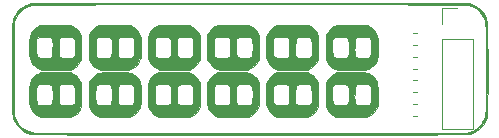
<source format=gbr>
G04 #@! TF.GenerationSoftware,KiCad,Pcbnew,(5.0.0)*
G04 #@! TF.CreationDate,2018-07-30T22:46:19+01:00*
G04 #@! TF.ProjectId,CHARLIE,434841524C49452E6B696361645F7063,rev?*
G04 #@! TF.SameCoordinates,Original*
G04 #@! TF.FileFunction,Legend,Top*
G04 #@! TF.FilePolarity,Positive*
%FSLAX46Y46*%
G04 Gerber Fmt 4.6, Leading zero omitted, Abs format (unit mm)*
G04 Created by KiCad (PCBNEW (5.0.0)) date 07/30/18 22:46:19*
%MOMM*%
%LPD*%
G01*
G04 APERTURE LIST*
%ADD10C,0.120000*%
%ADD11C,0.010000*%
%ADD12C,0.150000*%
G04 APERTURE END LIST*
D10*
G04 #@! TO.C,*
X177000000Y-102040000D02*
X174315000Y-102040000D01*
X174315000Y-102040000D02*
X174315000Y-103960000D01*
X174315000Y-103960000D02*
X177000000Y-103960000D01*
X174315000Y-107960000D02*
X177000000Y-107960000D01*
X174315000Y-106040000D02*
X174315000Y-107960000D01*
X177000000Y-106040000D02*
X174315000Y-106040000D01*
X182000000Y-102040000D02*
X179315000Y-102040000D01*
X179315000Y-102040000D02*
X179315000Y-103960000D01*
X179315000Y-103960000D02*
X182000000Y-103960000D01*
X179315000Y-107960000D02*
X182000000Y-107960000D01*
X179315000Y-106040000D02*
X179315000Y-107960000D01*
X182000000Y-106040000D02*
X179315000Y-106040000D01*
X157000000Y-102040000D02*
X154315000Y-102040000D01*
X154315000Y-102040000D02*
X154315000Y-103960000D01*
X154315000Y-103960000D02*
X157000000Y-103960000D01*
X157000000Y-106040000D02*
X154315000Y-106040000D01*
X154315000Y-106040000D02*
X154315000Y-107960000D01*
X154315000Y-107960000D02*
X157000000Y-107960000D01*
X159315000Y-103960000D02*
X162000000Y-103960000D01*
X159315000Y-102040000D02*
X159315000Y-103960000D01*
X162000000Y-102040000D02*
X159315000Y-102040000D01*
X159315000Y-107960000D02*
X162000000Y-107960000D01*
X159315000Y-106040000D02*
X159315000Y-107960000D01*
X162000000Y-106040000D02*
X159315000Y-106040000D01*
X167000000Y-102040000D02*
X164315000Y-102040000D01*
X164315000Y-102040000D02*
X164315000Y-103960000D01*
X164315000Y-103960000D02*
X167000000Y-103960000D01*
X164315000Y-107960000D02*
X167000000Y-107960000D01*
X164315000Y-106040000D02*
X164315000Y-107960000D01*
X167000000Y-106040000D02*
X164315000Y-106040000D01*
X172000000Y-102040000D02*
X169315000Y-102040000D01*
X169315000Y-102040000D02*
X169315000Y-103960000D01*
X169315000Y-103960000D02*
X172000000Y-103960000D01*
X169315000Y-107960000D02*
X172000000Y-107960000D01*
X169315000Y-106040000D02*
X169315000Y-107960000D01*
X172000000Y-106040000D02*
X169315000Y-106040000D01*
X188670000Y-109950000D02*
X191330000Y-109950000D01*
X188670000Y-102270000D02*
X188670000Y-109950000D01*
X191330000Y-102270000D02*
X191330000Y-109950000D01*
X188670000Y-102270000D02*
X191330000Y-102270000D01*
X188670000Y-101000000D02*
X188670000Y-99670000D01*
X188670000Y-99670000D02*
X190000000Y-99670000D01*
X186562779Y-101790000D02*
X186237221Y-101790000D01*
X186562779Y-102810000D02*
X186237221Y-102810000D01*
X186562779Y-104810000D02*
X186237221Y-104810000D01*
X186562779Y-103790000D02*
X186237221Y-103790000D01*
X186562779Y-105790000D02*
X186237221Y-105790000D01*
X186562779Y-106810000D02*
X186237221Y-106810000D01*
X186562779Y-108810000D02*
X186237221Y-108810000D01*
X186562779Y-107790000D02*
X186237221Y-107790000D01*
D11*
G04 #@! TO.C,G\002A\002A\002A*
G36*
X182521805Y-101222274D02*
X182766752Y-101371646D01*
X182963966Y-101562807D01*
X183111877Y-101793864D01*
X183204485Y-102045472D01*
X183221367Y-102126222D01*
X183234212Y-102227884D01*
X183243453Y-102358982D01*
X183249523Y-102528040D01*
X183252856Y-102743585D01*
X183253885Y-103014140D01*
X183253885Y-103017544D01*
X183252515Y-103307792D01*
X183247582Y-103543399D01*
X183237849Y-103733339D01*
X183222079Y-103886588D01*
X183199036Y-104012119D01*
X183167482Y-104118909D01*
X183126182Y-104215932D01*
X183075995Y-104308595D01*
X182961095Y-104463709D01*
X182806919Y-104615916D01*
X182634853Y-104746669D01*
X182466286Y-104837423D01*
X182465997Y-104837540D01*
X182417134Y-104856571D01*
X182369598Y-104872065D01*
X182316434Y-104884431D01*
X182250689Y-104894078D01*
X182165409Y-104901413D01*
X182053642Y-104906846D01*
X181908433Y-104910783D01*
X181722828Y-104913635D01*
X181489875Y-104915809D01*
X181202620Y-104917713D01*
X181089474Y-104918383D01*
X180777798Y-104919971D01*
X180522815Y-104920558D01*
X180317566Y-104919884D01*
X180155089Y-104917688D01*
X180028422Y-104913709D01*
X179930606Y-104907688D01*
X179854680Y-104899363D01*
X179793681Y-104888475D01*
X179740650Y-104874763D01*
X179715594Y-104866976D01*
X179593291Y-104821489D01*
X179476843Y-104768735D01*
X179423058Y-104739206D01*
X179287259Y-104633528D01*
X179148313Y-104489290D01*
X179024252Y-104327962D01*
X178933108Y-104171018D01*
X178919353Y-104139430D01*
X178898299Y-104085099D01*
X178881677Y-104032849D01*
X178868965Y-103974621D01*
X178859640Y-103902354D01*
X178853177Y-103807989D01*
X178849054Y-103683467D01*
X178846747Y-103520728D01*
X178845734Y-103311713D01*
X178845659Y-103229396D01*
X179406998Y-103229396D01*
X179410894Y-103442716D01*
X179426150Y-103605859D01*
X179457684Y-103725559D01*
X179510413Y-103808548D01*
X179589255Y-103861558D01*
X179699127Y-103891321D01*
X179844948Y-103904571D01*
X180031635Y-103908039D01*
X180102757Y-103908184D01*
X180283082Y-103907160D01*
X180412369Y-103902775D01*
X180503210Y-103893569D01*
X180568197Y-103878085D01*
X180619923Y-103854862D01*
X180633949Y-103846649D01*
X180689797Y-103804015D01*
X180732144Y-103747431D01*
X180762739Y-103668303D01*
X180783330Y-103558039D01*
X180795667Y-103408047D01*
X180801497Y-103209732D01*
X180801539Y-103202717D01*
X181282447Y-103202717D01*
X181286025Y-103421081D01*
X181301164Y-103589043D01*
X181332499Y-103713212D01*
X181384666Y-103800196D01*
X181462304Y-103856604D01*
X181570048Y-103889044D01*
X181712536Y-103904124D01*
X181894404Y-103908453D01*
X181974325Y-103908653D01*
X182167902Y-103906620D01*
X182308863Y-103899700D01*
X182408133Y-103886847D01*
X182476640Y-103867015D01*
X182494063Y-103858913D01*
X182554763Y-103820189D01*
X182600991Y-103769276D01*
X182634631Y-103697702D01*
X182657564Y-103596991D01*
X182671673Y-103458672D01*
X182678839Y-103274269D01*
X182680946Y-103035309D01*
X182680953Y-103017544D01*
X182679714Y-102756476D01*
X182672326Y-102552121D01*
X182653282Y-102397534D01*
X182617074Y-102285772D01*
X182558197Y-102209892D01*
X182471143Y-102162951D01*
X182350406Y-102138003D01*
X182190477Y-102128106D01*
X181985851Y-102126317D01*
X181974122Y-102126316D01*
X181504263Y-102126316D01*
X181400314Y-102219136D01*
X181296366Y-102311956D01*
X181285791Y-102927344D01*
X181282447Y-103202717D01*
X180801539Y-103202717D01*
X180802653Y-103017544D01*
X180801262Y-102756456D01*
X180793438Y-102552079D01*
X180773699Y-102397472D01*
X180736564Y-102285695D01*
X180676555Y-102209806D01*
X180588190Y-102162865D01*
X180465989Y-102137930D01*
X180304472Y-102128060D01*
X180098967Y-102126316D01*
X179626318Y-102126316D01*
X179522370Y-102219130D01*
X179418421Y-102311944D01*
X179409544Y-102959168D01*
X179406998Y-103229396D01*
X178845659Y-103229396D01*
X178845491Y-103048361D01*
X178845489Y-103001629D01*
X178845489Y-102046742D01*
X178946529Y-101833461D01*
X179095573Y-101590752D01*
X179291258Y-101390741D01*
X179529988Y-101237021D01*
X179555266Y-101224724D01*
X179768547Y-101123684D01*
X182314913Y-101123684D01*
X182521805Y-101222274D01*
X182521805Y-101222274D01*
G37*
X182521805Y-101222274D02*
X182766752Y-101371646D01*
X182963966Y-101562807D01*
X183111877Y-101793864D01*
X183204485Y-102045472D01*
X183221367Y-102126222D01*
X183234212Y-102227884D01*
X183243453Y-102358982D01*
X183249523Y-102528040D01*
X183252856Y-102743585D01*
X183253885Y-103014140D01*
X183253885Y-103017544D01*
X183252515Y-103307792D01*
X183247582Y-103543399D01*
X183237849Y-103733339D01*
X183222079Y-103886588D01*
X183199036Y-104012119D01*
X183167482Y-104118909D01*
X183126182Y-104215932D01*
X183075995Y-104308595D01*
X182961095Y-104463709D01*
X182806919Y-104615916D01*
X182634853Y-104746669D01*
X182466286Y-104837423D01*
X182465997Y-104837540D01*
X182417134Y-104856571D01*
X182369598Y-104872065D01*
X182316434Y-104884431D01*
X182250689Y-104894078D01*
X182165409Y-104901413D01*
X182053642Y-104906846D01*
X181908433Y-104910783D01*
X181722828Y-104913635D01*
X181489875Y-104915809D01*
X181202620Y-104917713D01*
X181089474Y-104918383D01*
X180777798Y-104919971D01*
X180522815Y-104920558D01*
X180317566Y-104919884D01*
X180155089Y-104917688D01*
X180028422Y-104913709D01*
X179930606Y-104907688D01*
X179854680Y-104899363D01*
X179793681Y-104888475D01*
X179740650Y-104874763D01*
X179715594Y-104866976D01*
X179593291Y-104821489D01*
X179476843Y-104768735D01*
X179423058Y-104739206D01*
X179287259Y-104633528D01*
X179148313Y-104489290D01*
X179024252Y-104327962D01*
X178933108Y-104171018D01*
X178919353Y-104139430D01*
X178898299Y-104085099D01*
X178881677Y-104032849D01*
X178868965Y-103974621D01*
X178859640Y-103902354D01*
X178853177Y-103807989D01*
X178849054Y-103683467D01*
X178846747Y-103520728D01*
X178845734Y-103311713D01*
X178845659Y-103229396D01*
X179406998Y-103229396D01*
X179410894Y-103442716D01*
X179426150Y-103605859D01*
X179457684Y-103725559D01*
X179510413Y-103808548D01*
X179589255Y-103861558D01*
X179699127Y-103891321D01*
X179844948Y-103904571D01*
X180031635Y-103908039D01*
X180102757Y-103908184D01*
X180283082Y-103907160D01*
X180412369Y-103902775D01*
X180503210Y-103893569D01*
X180568197Y-103878085D01*
X180619923Y-103854862D01*
X180633949Y-103846649D01*
X180689797Y-103804015D01*
X180732144Y-103747431D01*
X180762739Y-103668303D01*
X180783330Y-103558039D01*
X180795667Y-103408047D01*
X180801497Y-103209732D01*
X180801539Y-103202717D01*
X181282447Y-103202717D01*
X181286025Y-103421081D01*
X181301164Y-103589043D01*
X181332499Y-103713212D01*
X181384666Y-103800196D01*
X181462304Y-103856604D01*
X181570048Y-103889044D01*
X181712536Y-103904124D01*
X181894404Y-103908453D01*
X181974325Y-103908653D01*
X182167902Y-103906620D01*
X182308863Y-103899700D01*
X182408133Y-103886847D01*
X182476640Y-103867015D01*
X182494063Y-103858913D01*
X182554763Y-103820189D01*
X182600991Y-103769276D01*
X182634631Y-103697702D01*
X182657564Y-103596991D01*
X182671673Y-103458672D01*
X182678839Y-103274269D01*
X182680946Y-103035309D01*
X182680953Y-103017544D01*
X182679714Y-102756476D01*
X182672326Y-102552121D01*
X182653282Y-102397534D01*
X182617074Y-102285772D01*
X182558197Y-102209892D01*
X182471143Y-102162951D01*
X182350406Y-102138003D01*
X182190477Y-102128106D01*
X181985851Y-102126317D01*
X181974122Y-102126316D01*
X181504263Y-102126316D01*
X181400314Y-102219136D01*
X181296366Y-102311956D01*
X181285791Y-102927344D01*
X181282447Y-103202717D01*
X180801539Y-103202717D01*
X180802653Y-103017544D01*
X180801262Y-102756456D01*
X180793438Y-102552079D01*
X180773699Y-102397472D01*
X180736564Y-102285695D01*
X180676555Y-102209806D01*
X180588190Y-102162865D01*
X180465989Y-102137930D01*
X180304472Y-102128060D01*
X180098967Y-102126316D01*
X179626318Y-102126316D01*
X179522370Y-102219130D01*
X179418421Y-102311944D01*
X179409544Y-102959168D01*
X179406998Y-103229396D01*
X178845659Y-103229396D01*
X178845491Y-103048361D01*
X178845489Y-103001629D01*
X178845489Y-102046742D01*
X178946529Y-101833461D01*
X179095573Y-101590752D01*
X179291258Y-101390741D01*
X179529988Y-101237021D01*
X179555266Y-101224724D01*
X179768547Y-101123684D01*
X182314913Y-101123684D01*
X182521805Y-101222274D01*
G36*
X177501270Y-101209720D02*
X177683634Y-101321125D01*
X177861142Y-101475348D01*
X178014591Y-101653185D01*
X178122861Y-101831311D01*
X178208897Y-102014912D01*
X178218643Y-102949286D01*
X178221202Y-103221061D01*
X178222310Y-103437470D01*
X178221566Y-103606798D01*
X178218572Y-103737330D01*
X178212929Y-103837349D01*
X178204237Y-103915141D01*
X178192098Y-103978990D01*
X178176110Y-104037181D01*
X178164497Y-104072852D01*
X178050232Y-104323813D01*
X177889062Y-104534759D01*
X177677702Y-104709243D01*
X177468397Y-104825845D01*
X177285840Y-104911403D01*
X176092231Y-104917042D01*
X175816867Y-104917541D01*
X175557395Y-104916485D01*
X175321742Y-104914019D01*
X175117832Y-104910289D01*
X174953594Y-104905441D01*
X174836951Y-104899621D01*
X174775832Y-104892976D01*
X174775051Y-104892792D01*
X174600275Y-104830632D01*
X174415969Y-104732560D01*
X174248166Y-104614123D01*
X174143915Y-104515853D01*
X173984610Y-104291950D01*
X173878664Y-104036625D01*
X173833819Y-103828210D01*
X173821529Y-103703159D01*
X173812337Y-103529158D01*
X173806270Y-103320842D01*
X173803358Y-103092848D01*
X173803628Y-102859810D01*
X173807109Y-102636364D01*
X173813827Y-102437145D01*
X173820870Y-102324025D01*
X174405263Y-102324025D01*
X174406391Y-102997038D01*
X174407234Y-103260992D01*
X174412257Y-103468181D01*
X174426682Y-103625489D01*
X174455731Y-103739803D01*
X174504626Y-103818007D01*
X174578590Y-103866987D01*
X174682845Y-103893627D01*
X174822614Y-103904814D01*
X175003117Y-103907432D01*
X175097054Y-103907644D01*
X175550124Y-103908772D01*
X175758020Y-103723146D01*
X175767889Y-103077747D01*
X175768334Y-103035061D01*
X176283208Y-103035061D01*
X176283208Y-103692331D01*
X176391429Y-103800551D01*
X176499649Y-103908772D01*
X177435439Y-103908772D01*
X177543659Y-103800551D01*
X177651880Y-103692331D01*
X177651880Y-103034549D01*
X177651428Y-102770985D01*
X177646637Y-102564185D01*
X177632356Y-102407257D01*
X177603433Y-102293311D01*
X177554717Y-102215456D01*
X177481057Y-102166803D01*
X177377301Y-102140459D01*
X177238296Y-102129535D01*
X177058893Y-102127139D01*
X176973409Y-102127023D01*
X176797847Y-102128931D01*
X176644172Y-102134699D01*
X176524871Y-102143576D01*
X176452431Y-102154811D01*
X176440593Y-102159089D01*
X176391135Y-102191968D01*
X176353095Y-102236416D01*
X176325024Y-102300501D01*
X176305473Y-102392288D01*
X176292992Y-102519843D01*
X176286131Y-102691233D01*
X176283443Y-102914525D01*
X176283208Y-103035061D01*
X175768334Y-103035061D01*
X175769988Y-102876753D01*
X175770069Y-102693576D01*
X175768275Y-102539224D01*
X175764747Y-102424702D01*
X175759624Y-102361017D01*
X175758645Y-102356193D01*
X175722083Y-102281790D01*
X175659820Y-102206208D01*
X175656596Y-102203177D01*
X175622381Y-102173950D01*
X175585738Y-102153259D01*
X175535664Y-102139631D01*
X175461157Y-102131595D01*
X175351213Y-102127680D01*
X175194830Y-102126415D01*
X175081807Y-102126316D01*
X174589952Y-102126316D01*
X174497608Y-102225171D01*
X174405263Y-102324025D01*
X173820870Y-102324025D01*
X173823812Y-102276788D01*
X173830719Y-102210361D01*
X173896506Y-101938908D01*
X174017446Y-101690466D01*
X174187159Y-101473827D01*
X174399266Y-101297780D01*
X174557470Y-101208989D01*
X174739474Y-101123684D01*
X177317669Y-101123684D01*
X177501270Y-101209720D01*
X177501270Y-101209720D01*
G37*
X177501270Y-101209720D02*
X177683634Y-101321125D01*
X177861142Y-101475348D01*
X178014591Y-101653185D01*
X178122861Y-101831311D01*
X178208897Y-102014912D01*
X178218643Y-102949286D01*
X178221202Y-103221061D01*
X178222310Y-103437470D01*
X178221566Y-103606798D01*
X178218572Y-103737330D01*
X178212929Y-103837349D01*
X178204237Y-103915141D01*
X178192098Y-103978990D01*
X178176110Y-104037181D01*
X178164497Y-104072852D01*
X178050232Y-104323813D01*
X177889062Y-104534759D01*
X177677702Y-104709243D01*
X177468397Y-104825845D01*
X177285840Y-104911403D01*
X176092231Y-104917042D01*
X175816867Y-104917541D01*
X175557395Y-104916485D01*
X175321742Y-104914019D01*
X175117832Y-104910289D01*
X174953594Y-104905441D01*
X174836951Y-104899621D01*
X174775832Y-104892976D01*
X174775051Y-104892792D01*
X174600275Y-104830632D01*
X174415969Y-104732560D01*
X174248166Y-104614123D01*
X174143915Y-104515853D01*
X173984610Y-104291950D01*
X173878664Y-104036625D01*
X173833819Y-103828210D01*
X173821529Y-103703159D01*
X173812337Y-103529158D01*
X173806270Y-103320842D01*
X173803358Y-103092848D01*
X173803628Y-102859810D01*
X173807109Y-102636364D01*
X173813827Y-102437145D01*
X173820870Y-102324025D01*
X174405263Y-102324025D01*
X174406391Y-102997038D01*
X174407234Y-103260992D01*
X174412257Y-103468181D01*
X174426682Y-103625489D01*
X174455731Y-103739803D01*
X174504626Y-103818007D01*
X174578590Y-103866987D01*
X174682845Y-103893627D01*
X174822614Y-103904814D01*
X175003117Y-103907432D01*
X175097054Y-103907644D01*
X175550124Y-103908772D01*
X175758020Y-103723146D01*
X175767889Y-103077747D01*
X175768334Y-103035061D01*
X176283208Y-103035061D01*
X176283208Y-103692331D01*
X176391429Y-103800551D01*
X176499649Y-103908772D01*
X177435439Y-103908772D01*
X177543659Y-103800551D01*
X177651880Y-103692331D01*
X177651880Y-103034549D01*
X177651428Y-102770985D01*
X177646637Y-102564185D01*
X177632356Y-102407257D01*
X177603433Y-102293311D01*
X177554717Y-102215456D01*
X177481057Y-102166803D01*
X177377301Y-102140459D01*
X177238296Y-102129535D01*
X177058893Y-102127139D01*
X176973409Y-102127023D01*
X176797847Y-102128931D01*
X176644172Y-102134699D01*
X176524871Y-102143576D01*
X176452431Y-102154811D01*
X176440593Y-102159089D01*
X176391135Y-102191968D01*
X176353095Y-102236416D01*
X176325024Y-102300501D01*
X176305473Y-102392288D01*
X176292992Y-102519843D01*
X176286131Y-102691233D01*
X176283443Y-102914525D01*
X176283208Y-103035061D01*
X175768334Y-103035061D01*
X175769988Y-102876753D01*
X175770069Y-102693576D01*
X175768275Y-102539224D01*
X175764747Y-102424702D01*
X175759624Y-102361017D01*
X175758645Y-102356193D01*
X175722083Y-102281790D01*
X175659820Y-102206208D01*
X175656596Y-102203177D01*
X175622381Y-102173950D01*
X175585738Y-102153259D01*
X175535664Y-102139631D01*
X175461157Y-102131595D01*
X175351213Y-102127680D01*
X175194830Y-102126415D01*
X175081807Y-102126316D01*
X174589952Y-102126316D01*
X174497608Y-102225171D01*
X174405263Y-102324025D01*
X173820870Y-102324025D01*
X173823812Y-102276788D01*
X173830719Y-102210361D01*
X173896506Y-101938908D01*
X174017446Y-101690466D01*
X174187159Y-101473827D01*
X174399266Y-101297780D01*
X174557470Y-101208989D01*
X174739474Y-101123684D01*
X177317669Y-101123684D01*
X177501270Y-101209720D01*
G36*
X172495489Y-101222182D02*
X172738968Y-101371365D01*
X172936414Y-101563974D01*
X173085424Y-101797077D01*
X173181308Y-102058692D01*
X173197449Y-102132177D01*
X173209590Y-102216007D01*
X173218077Y-102319023D01*
X173223255Y-102450061D01*
X173225468Y-102617960D01*
X173225062Y-102831560D01*
X173222381Y-103099698D01*
X173222274Y-103108284D01*
X173211654Y-103956516D01*
X173110929Y-104169125D01*
X172959882Y-104424119D01*
X172772331Y-104627260D01*
X172546775Y-104779869D01*
X172306692Y-104876101D01*
X172250734Y-104890070D01*
X172182386Y-104901292D01*
X172094691Y-104910032D01*
X171980688Y-104916554D01*
X171833417Y-104921122D01*
X171645920Y-104924000D01*
X171411237Y-104925451D01*
X171122409Y-104925739D01*
X171001679Y-104925607D01*
X170697549Y-104924867D01*
X170449847Y-104923439D01*
X170251344Y-104920988D01*
X170094809Y-104917179D01*
X169973012Y-104911678D01*
X169878724Y-104904151D01*
X169804715Y-104894264D01*
X169743755Y-104881682D01*
X169688614Y-104866072D01*
X169684301Y-104864702D01*
X169424610Y-104750393D01*
X169204039Y-104585887D01*
X169022492Y-104371103D01*
X168921095Y-104195907D01*
X168819173Y-103989684D01*
X168819173Y-103226858D01*
X169379150Y-103226858D01*
X169382224Y-103440840D01*
X169396180Y-103604607D01*
X169425725Y-103724872D01*
X169475569Y-103808351D01*
X169550419Y-103861755D01*
X169654985Y-103891800D01*
X169793975Y-103905198D01*
X169972097Y-103908663D01*
X170050485Y-103908772D01*
X170250373Y-103906719D01*
X170396705Y-103899965D01*
X170499472Y-103887612D01*
X170568663Y-103868764D01*
X170586352Y-103860698D01*
X170662354Y-103808131D01*
X170712089Y-103751387D01*
X170723014Y-103698864D01*
X170732080Y-103590164D01*
X170738961Y-103432752D01*
X170743330Y-103234093D01*
X170743360Y-103229396D01*
X171258627Y-103229396D01*
X171262523Y-103442716D01*
X171277779Y-103605859D01*
X171309313Y-103725559D01*
X171362042Y-103808548D01*
X171440884Y-103861558D01*
X171550756Y-103891321D01*
X171696577Y-103904571D01*
X171883264Y-103908039D01*
X171954386Y-103908184D01*
X172134711Y-103907160D01*
X172263998Y-103902775D01*
X172354839Y-103893569D01*
X172419826Y-103878085D01*
X172471552Y-103854862D01*
X172485578Y-103846649D01*
X172541426Y-103804015D01*
X172583773Y-103747431D01*
X172614368Y-103668303D01*
X172634959Y-103558039D01*
X172647296Y-103408047D01*
X172653126Y-103209732D01*
X172654282Y-103017544D01*
X172652891Y-102756456D01*
X172645067Y-102552079D01*
X172625328Y-102397472D01*
X172588193Y-102285695D01*
X172528184Y-102209806D01*
X172439819Y-102162865D01*
X172317618Y-102137930D01*
X172156101Y-102128060D01*
X171950596Y-102126316D01*
X171477947Y-102126316D01*
X171373999Y-102219130D01*
X171270050Y-102311944D01*
X171261173Y-102959168D01*
X171258627Y-103229396D01*
X170743360Y-103229396D01*
X170744862Y-103001649D01*
X170744862Y-102312396D01*
X170558782Y-102126316D01*
X169600002Y-102126316D01*
X169496054Y-102219128D01*
X169392105Y-102311941D01*
X169382249Y-102955947D01*
X169379150Y-103226858D01*
X168819173Y-103226858D01*
X168819173Y-102046742D01*
X168920809Y-101832187D01*
X169067089Y-101593849D01*
X169259564Y-101390994D01*
X169487289Y-101234847D01*
X169519424Y-101218310D01*
X169710401Y-101123684D01*
X172288597Y-101123684D01*
X172495489Y-101222182D01*
X172495489Y-101222182D01*
G37*
X172495489Y-101222182D02*
X172738968Y-101371365D01*
X172936414Y-101563974D01*
X173085424Y-101797077D01*
X173181308Y-102058692D01*
X173197449Y-102132177D01*
X173209590Y-102216007D01*
X173218077Y-102319023D01*
X173223255Y-102450061D01*
X173225468Y-102617960D01*
X173225062Y-102831560D01*
X173222381Y-103099698D01*
X173222274Y-103108284D01*
X173211654Y-103956516D01*
X173110929Y-104169125D01*
X172959882Y-104424119D01*
X172772331Y-104627260D01*
X172546775Y-104779869D01*
X172306692Y-104876101D01*
X172250734Y-104890070D01*
X172182386Y-104901292D01*
X172094691Y-104910032D01*
X171980688Y-104916554D01*
X171833417Y-104921122D01*
X171645920Y-104924000D01*
X171411237Y-104925451D01*
X171122409Y-104925739D01*
X171001679Y-104925607D01*
X170697549Y-104924867D01*
X170449847Y-104923439D01*
X170251344Y-104920988D01*
X170094809Y-104917179D01*
X169973012Y-104911678D01*
X169878724Y-104904151D01*
X169804715Y-104894264D01*
X169743755Y-104881682D01*
X169688614Y-104866072D01*
X169684301Y-104864702D01*
X169424610Y-104750393D01*
X169204039Y-104585887D01*
X169022492Y-104371103D01*
X168921095Y-104195907D01*
X168819173Y-103989684D01*
X168819173Y-103226858D01*
X169379150Y-103226858D01*
X169382224Y-103440840D01*
X169396180Y-103604607D01*
X169425725Y-103724872D01*
X169475569Y-103808351D01*
X169550419Y-103861755D01*
X169654985Y-103891800D01*
X169793975Y-103905198D01*
X169972097Y-103908663D01*
X170050485Y-103908772D01*
X170250373Y-103906719D01*
X170396705Y-103899965D01*
X170499472Y-103887612D01*
X170568663Y-103868764D01*
X170586352Y-103860698D01*
X170662354Y-103808131D01*
X170712089Y-103751387D01*
X170723014Y-103698864D01*
X170732080Y-103590164D01*
X170738961Y-103432752D01*
X170743330Y-103234093D01*
X170743360Y-103229396D01*
X171258627Y-103229396D01*
X171262523Y-103442716D01*
X171277779Y-103605859D01*
X171309313Y-103725559D01*
X171362042Y-103808548D01*
X171440884Y-103861558D01*
X171550756Y-103891321D01*
X171696577Y-103904571D01*
X171883264Y-103908039D01*
X171954386Y-103908184D01*
X172134711Y-103907160D01*
X172263998Y-103902775D01*
X172354839Y-103893569D01*
X172419826Y-103878085D01*
X172471552Y-103854862D01*
X172485578Y-103846649D01*
X172541426Y-103804015D01*
X172583773Y-103747431D01*
X172614368Y-103668303D01*
X172634959Y-103558039D01*
X172647296Y-103408047D01*
X172653126Y-103209732D01*
X172654282Y-103017544D01*
X172652891Y-102756456D01*
X172645067Y-102552079D01*
X172625328Y-102397472D01*
X172588193Y-102285695D01*
X172528184Y-102209806D01*
X172439819Y-102162865D01*
X172317618Y-102137930D01*
X172156101Y-102128060D01*
X171950596Y-102126316D01*
X171477947Y-102126316D01*
X171373999Y-102219130D01*
X171270050Y-102311944D01*
X171261173Y-102959168D01*
X171258627Y-103229396D01*
X170743360Y-103229396D01*
X170744862Y-103001649D01*
X170744862Y-102312396D01*
X170558782Y-102126316D01*
X169600002Y-102126316D01*
X169496054Y-102219128D01*
X169392105Y-102311941D01*
X169382249Y-102955947D01*
X169379150Y-103226858D01*
X168819173Y-103226858D01*
X168819173Y-102046742D01*
X168920809Y-101832187D01*
X169067089Y-101593849D01*
X169259564Y-101390994D01*
X169487289Y-101234847D01*
X169519424Y-101218310D01*
X169710401Y-101123684D01*
X172288597Y-101123684D01*
X172495489Y-101222182D01*
G36*
X167482331Y-101217218D02*
X167692861Y-101350588D01*
X167884754Y-101529031D01*
X168039423Y-101733959D01*
X168089048Y-101823935D01*
X168182582Y-102014912D01*
X168182582Y-103988346D01*
X168081542Y-104201627D01*
X167932497Y-104444335D01*
X167736813Y-104644346D01*
X167498083Y-104798066D01*
X167472805Y-104810364D01*
X167259524Y-104911403D01*
X166065915Y-104918100D01*
X165724379Y-104919360D01*
X165441537Y-104918878D01*
X165212446Y-104916530D01*
X165032161Y-104912190D01*
X164895739Y-104905736D01*
X164798236Y-104897042D01*
X164734707Y-104885985D01*
X164729073Y-104884476D01*
X164461079Y-104778359D01*
X164231535Y-104624317D01*
X164045067Y-104427563D01*
X163906300Y-104193313D01*
X163819858Y-103926781D01*
X163805024Y-103842717D01*
X163793364Y-103722061D01*
X163784746Y-103552017D01*
X163779152Y-103346781D01*
X163776563Y-103120552D01*
X163776961Y-102887527D01*
X163780328Y-102661902D01*
X163786647Y-102457876D01*
X163794646Y-102312396D01*
X164378948Y-102312396D01*
X164380075Y-102991223D01*
X164380893Y-103256118D01*
X164385811Y-103464226D01*
X164400002Y-103622409D01*
X164428638Y-103737530D01*
X164476891Y-103816453D01*
X164549934Y-103866040D01*
X164652939Y-103893154D01*
X164791077Y-103904657D01*
X164969522Y-103907414D01*
X165070739Y-103907644D01*
X165523808Y-103908772D01*
X165731704Y-103723146D01*
X165741574Y-103077747D01*
X165743763Y-102877384D01*
X165744107Y-102695436D01*
X165742716Y-102542749D01*
X165739702Y-102430166D01*
X165735176Y-102368534D01*
X165734261Y-102363891D01*
X165714551Y-102324025D01*
X166256892Y-102324025D01*
X166256892Y-102992127D01*
X166258043Y-103241020D01*
X166262551Y-103434374D01*
X166272004Y-103580283D01*
X166287988Y-103686841D01*
X166312091Y-103762145D01*
X166345897Y-103814287D01*
X166390995Y-103851364D01*
X166429415Y-103872341D01*
X166484214Y-103884075D01*
X166589141Y-103894204D01*
X166730670Y-103901843D01*
X166895274Y-103906104D01*
X166952369Y-103906618D01*
X167409123Y-103908772D01*
X167625564Y-103692331D01*
X167625564Y-103034549D01*
X167625177Y-102770970D01*
X167620498Y-102564155D01*
X167606246Y-102407212D01*
X167577144Y-102293255D01*
X167527913Y-102215394D01*
X167453272Y-102166740D01*
X167347945Y-102140404D01*
X167206650Y-102129498D01*
X167024111Y-102127133D01*
X166930126Y-102127023D01*
X166441581Y-102126316D01*
X166349237Y-102225171D01*
X166256892Y-102324025D01*
X165714551Y-102324025D01*
X165700484Y-102295573D01*
X165640692Y-102219281D01*
X165632520Y-102210875D01*
X165598758Y-102178801D01*
X165564729Y-102156076D01*
X165519457Y-102141090D01*
X165451971Y-102132232D01*
X165351295Y-102127890D01*
X165206456Y-102126455D01*
X165056495Y-102126316D01*
X164565028Y-102126316D01*
X164378948Y-102312396D01*
X163794646Y-102312396D01*
X163795898Y-102289645D01*
X163807145Y-102177579D01*
X163876394Y-101914199D01*
X164001122Y-101671712D01*
X164174162Y-101459707D01*
X164388346Y-101287773D01*
X164531155Y-101208989D01*
X164713158Y-101123684D01*
X167291354Y-101123684D01*
X167482331Y-101217218D01*
X167482331Y-101217218D01*
G37*
X167482331Y-101217218D02*
X167692861Y-101350588D01*
X167884754Y-101529031D01*
X168039423Y-101733959D01*
X168089048Y-101823935D01*
X168182582Y-102014912D01*
X168182582Y-103988346D01*
X168081542Y-104201627D01*
X167932497Y-104444335D01*
X167736813Y-104644346D01*
X167498083Y-104798066D01*
X167472805Y-104810364D01*
X167259524Y-104911403D01*
X166065915Y-104918100D01*
X165724379Y-104919360D01*
X165441537Y-104918878D01*
X165212446Y-104916530D01*
X165032161Y-104912190D01*
X164895739Y-104905736D01*
X164798236Y-104897042D01*
X164734707Y-104885985D01*
X164729073Y-104884476D01*
X164461079Y-104778359D01*
X164231535Y-104624317D01*
X164045067Y-104427563D01*
X163906300Y-104193313D01*
X163819858Y-103926781D01*
X163805024Y-103842717D01*
X163793364Y-103722061D01*
X163784746Y-103552017D01*
X163779152Y-103346781D01*
X163776563Y-103120552D01*
X163776961Y-102887527D01*
X163780328Y-102661902D01*
X163786647Y-102457876D01*
X163794646Y-102312396D01*
X164378948Y-102312396D01*
X164380075Y-102991223D01*
X164380893Y-103256118D01*
X164385811Y-103464226D01*
X164400002Y-103622409D01*
X164428638Y-103737530D01*
X164476891Y-103816453D01*
X164549934Y-103866040D01*
X164652939Y-103893154D01*
X164791077Y-103904657D01*
X164969522Y-103907414D01*
X165070739Y-103907644D01*
X165523808Y-103908772D01*
X165731704Y-103723146D01*
X165741574Y-103077747D01*
X165743763Y-102877384D01*
X165744107Y-102695436D01*
X165742716Y-102542749D01*
X165739702Y-102430166D01*
X165735176Y-102368534D01*
X165734261Y-102363891D01*
X165714551Y-102324025D01*
X166256892Y-102324025D01*
X166256892Y-102992127D01*
X166258043Y-103241020D01*
X166262551Y-103434374D01*
X166272004Y-103580283D01*
X166287988Y-103686841D01*
X166312091Y-103762145D01*
X166345897Y-103814287D01*
X166390995Y-103851364D01*
X166429415Y-103872341D01*
X166484214Y-103884075D01*
X166589141Y-103894204D01*
X166730670Y-103901843D01*
X166895274Y-103906104D01*
X166952369Y-103906618D01*
X167409123Y-103908772D01*
X167625564Y-103692331D01*
X167625564Y-103034549D01*
X167625177Y-102770970D01*
X167620498Y-102564155D01*
X167606246Y-102407212D01*
X167577144Y-102293255D01*
X167527913Y-102215394D01*
X167453272Y-102166740D01*
X167347945Y-102140404D01*
X167206650Y-102129498D01*
X167024111Y-102127133D01*
X166930126Y-102127023D01*
X166441581Y-102126316D01*
X166349237Y-102225171D01*
X166256892Y-102324025D01*
X165714551Y-102324025D01*
X165700484Y-102295573D01*
X165640692Y-102219281D01*
X165632520Y-102210875D01*
X165598758Y-102178801D01*
X165564729Y-102156076D01*
X165519457Y-102141090D01*
X165451971Y-102132232D01*
X165351295Y-102127890D01*
X165206456Y-102126455D01*
X165056495Y-102126316D01*
X164565028Y-102126316D01*
X164378948Y-102312396D01*
X163794646Y-102312396D01*
X163795898Y-102289645D01*
X163807145Y-102177579D01*
X163876394Y-101914199D01*
X164001122Y-101671712D01*
X164174162Y-101459707D01*
X164388346Y-101287773D01*
X164531155Y-101208989D01*
X164713158Y-101123684D01*
X167291354Y-101123684D01*
X167482331Y-101217218D01*
G36*
X162469173Y-101221928D02*
X162705925Y-101368051D01*
X162902827Y-101559140D01*
X163053395Y-101786848D01*
X163151145Y-102042832D01*
X163168979Y-102122703D01*
X163180426Y-102219586D01*
X163189286Y-102366667D01*
X163195583Y-102551774D01*
X163199339Y-102762736D01*
X163200580Y-102987381D01*
X163199329Y-103213538D01*
X163195609Y-103429034D01*
X163189445Y-103621699D01*
X163180860Y-103779360D01*
X163169879Y-103889847D01*
X163165465Y-103915163D01*
X163078863Y-104179847D01*
X162941147Y-104415020D01*
X162759122Y-104613421D01*
X162539590Y-104767790D01*
X162289356Y-104870867D01*
X162263236Y-104877988D01*
X162199531Y-104891739D01*
X162120523Y-104902752D01*
X162019235Y-104911280D01*
X161888692Y-104917578D01*
X161721916Y-104921902D01*
X161511932Y-104924505D01*
X161251762Y-104925642D01*
X160958538Y-104925607D01*
X160656722Y-104924856D01*
X160411261Y-104923396D01*
X160214856Y-104920885D01*
X160060203Y-104916982D01*
X159940001Y-104911343D01*
X159846949Y-104903628D01*
X159773744Y-104893494D01*
X159713084Y-104880599D01*
X159657985Y-104864702D01*
X159398293Y-104750391D01*
X159177714Y-104585879D01*
X158996156Y-104371085D01*
X158894779Y-104195939D01*
X158792857Y-103989749D01*
X158792857Y-102312071D01*
X159365790Y-102312071D01*
X159365790Y-103723016D01*
X159573686Y-103908772D01*
X160020891Y-103908772D01*
X160209566Y-103906161D01*
X160365697Y-103898807D01*
X160478828Y-103887430D01*
X160537619Y-103873217D01*
X160593684Y-103842159D01*
X160636680Y-103808027D01*
X160668349Y-103762447D01*
X160690433Y-103697049D01*
X160704673Y-103603459D01*
X160712812Y-103473308D01*
X160715090Y-103367799D01*
X161231715Y-103367799D01*
X161233829Y-103492214D01*
X161239327Y-103581213D01*
X161248896Y-103644207D01*
X161263220Y-103690606D01*
X161282985Y-103729820D01*
X161290805Y-103742767D01*
X161352137Y-103819695D01*
X161418070Y-103871904D01*
X161426956Y-103876025D01*
X161502844Y-103892296D01*
X161624559Y-103902876D01*
X161776418Y-103908003D01*
X161942740Y-103907913D01*
X162107843Y-103902846D01*
X162256044Y-103893038D01*
X162371661Y-103878727D01*
X162437981Y-103860698D01*
X162497971Y-103824231D01*
X162542552Y-103779270D01*
X162574304Y-103716123D01*
X162595808Y-103625095D01*
X162609645Y-103496494D01*
X162618396Y-103320627D01*
X162622822Y-103166469D01*
X162627276Y-102905101D01*
X162625712Y-102698931D01*
X162617067Y-102539690D01*
X162600277Y-102419109D01*
X162574275Y-102328918D01*
X162537998Y-102260851D01*
X162500484Y-102216389D01*
X162410411Y-102126316D01*
X161451631Y-102126316D01*
X161347683Y-102219132D01*
X161243735Y-102311947D01*
X161234902Y-102975084D01*
X161232302Y-103198559D01*
X161231715Y-103367799D01*
X160715090Y-103367799D01*
X160716593Y-103298221D01*
X160717756Y-103069828D01*
X160717839Y-103007138D01*
X160718547Y-102312396D01*
X160625506Y-102219356D01*
X160532466Y-102126316D01*
X159573686Y-102126316D01*
X159469738Y-102219194D01*
X159365790Y-102312071D01*
X158792857Y-102312071D01*
X158792857Y-102043519D01*
X158912929Y-101800530D01*
X159053522Y-101570395D01*
X159228412Y-101387490D01*
X159449073Y-101240402D01*
X159505076Y-101211630D01*
X159684085Y-101123684D01*
X162262281Y-101123684D01*
X162469173Y-101221928D01*
X162469173Y-101221928D01*
G37*
X162469173Y-101221928D02*
X162705925Y-101368051D01*
X162902827Y-101559140D01*
X163053395Y-101786848D01*
X163151145Y-102042832D01*
X163168979Y-102122703D01*
X163180426Y-102219586D01*
X163189286Y-102366667D01*
X163195583Y-102551774D01*
X163199339Y-102762736D01*
X163200580Y-102987381D01*
X163199329Y-103213538D01*
X163195609Y-103429034D01*
X163189445Y-103621699D01*
X163180860Y-103779360D01*
X163169879Y-103889847D01*
X163165465Y-103915163D01*
X163078863Y-104179847D01*
X162941147Y-104415020D01*
X162759122Y-104613421D01*
X162539590Y-104767790D01*
X162289356Y-104870867D01*
X162263236Y-104877988D01*
X162199531Y-104891739D01*
X162120523Y-104902752D01*
X162019235Y-104911280D01*
X161888692Y-104917578D01*
X161721916Y-104921902D01*
X161511932Y-104924505D01*
X161251762Y-104925642D01*
X160958538Y-104925607D01*
X160656722Y-104924856D01*
X160411261Y-104923396D01*
X160214856Y-104920885D01*
X160060203Y-104916982D01*
X159940001Y-104911343D01*
X159846949Y-104903628D01*
X159773744Y-104893494D01*
X159713084Y-104880599D01*
X159657985Y-104864702D01*
X159398293Y-104750391D01*
X159177714Y-104585879D01*
X158996156Y-104371085D01*
X158894779Y-104195939D01*
X158792857Y-103989749D01*
X158792857Y-102312071D01*
X159365790Y-102312071D01*
X159365790Y-103723016D01*
X159573686Y-103908772D01*
X160020891Y-103908772D01*
X160209566Y-103906161D01*
X160365697Y-103898807D01*
X160478828Y-103887430D01*
X160537619Y-103873217D01*
X160593684Y-103842159D01*
X160636680Y-103808027D01*
X160668349Y-103762447D01*
X160690433Y-103697049D01*
X160704673Y-103603459D01*
X160712812Y-103473308D01*
X160715090Y-103367799D01*
X161231715Y-103367799D01*
X161233829Y-103492214D01*
X161239327Y-103581213D01*
X161248896Y-103644207D01*
X161263220Y-103690606D01*
X161282985Y-103729820D01*
X161290805Y-103742767D01*
X161352137Y-103819695D01*
X161418070Y-103871904D01*
X161426956Y-103876025D01*
X161502844Y-103892296D01*
X161624559Y-103902876D01*
X161776418Y-103908003D01*
X161942740Y-103907913D01*
X162107843Y-103902846D01*
X162256044Y-103893038D01*
X162371661Y-103878727D01*
X162437981Y-103860698D01*
X162497971Y-103824231D01*
X162542552Y-103779270D01*
X162574304Y-103716123D01*
X162595808Y-103625095D01*
X162609645Y-103496494D01*
X162618396Y-103320627D01*
X162622822Y-103166469D01*
X162627276Y-102905101D01*
X162625712Y-102698931D01*
X162617067Y-102539690D01*
X162600277Y-102419109D01*
X162574275Y-102328918D01*
X162537998Y-102260851D01*
X162500484Y-102216389D01*
X162410411Y-102126316D01*
X161451631Y-102126316D01*
X161347683Y-102219132D01*
X161243735Y-102311947D01*
X161234902Y-102975084D01*
X161232302Y-103198559D01*
X161231715Y-103367799D01*
X160715090Y-103367799D01*
X160716593Y-103298221D01*
X160717756Y-103069828D01*
X160717839Y-103007138D01*
X160718547Y-102312396D01*
X160625506Y-102219356D01*
X160532466Y-102126316D01*
X159573686Y-102126316D01*
X159469738Y-102219194D01*
X159365790Y-102312071D01*
X158792857Y-102312071D01*
X158792857Y-102043519D01*
X158912929Y-101800530D01*
X159053522Y-101570395D01*
X159228412Y-101387490D01*
X159449073Y-101240402D01*
X159505076Y-101211630D01*
X159684085Y-101123684D01*
X162262281Y-101123684D01*
X162469173Y-101221928D01*
G36*
X156698795Y-101111484D02*
X156866243Y-101113446D01*
X156997081Y-101117218D01*
X157098068Y-101123017D01*
X157175965Y-101131058D01*
X157237532Y-101141558D01*
X157289530Y-101154732D01*
X157303183Y-101158895D01*
X157546107Y-101267449D01*
X157761530Y-101427124D01*
X157939635Y-101628052D01*
X158070606Y-101860366D01*
X158111082Y-101970990D01*
X158130149Y-102037239D01*
X158144919Y-102102839D01*
X158155820Y-102176470D01*
X158163281Y-102266811D01*
X158167729Y-102382544D01*
X158169594Y-102532349D01*
X158169303Y-102724906D01*
X158167286Y-102968896D01*
X158166067Y-103085025D01*
X158156266Y-103988346D01*
X158054868Y-104202392D01*
X157906919Y-104441888D01*
X157710609Y-104642239D01*
X157471852Y-104797573D01*
X157440100Y-104813160D01*
X157233208Y-104911403D01*
X156039599Y-104918100D01*
X155698063Y-104919360D01*
X155415221Y-104918878D01*
X155186130Y-104916530D01*
X155005845Y-104912190D01*
X154869423Y-104905736D01*
X154771920Y-104897042D01*
X154708391Y-104885985D01*
X154702757Y-104884476D01*
X154434621Y-104778204D01*
X154204694Y-104623677D01*
X154017653Y-104426084D01*
X153878180Y-104190612D01*
X153790952Y-103922446D01*
X153779475Y-103861028D01*
X153767760Y-103751073D01*
X153758911Y-103591014D01*
X153752912Y-103394340D01*
X153749751Y-103174540D01*
X153749414Y-102945104D01*
X153751887Y-102719520D01*
X153757158Y-102511279D01*
X153765212Y-102333870D01*
X153766958Y-102312396D01*
X154352632Y-102312396D01*
X154353340Y-103007138D01*
X154353919Y-103269543D01*
X154358599Y-103475218D01*
X154372688Y-103631082D01*
X154401495Y-103744053D01*
X154450328Y-103821049D01*
X154524495Y-103868989D01*
X154629304Y-103894791D01*
X154770065Y-103905373D01*
X154952085Y-103907653D01*
X155044423Y-103907804D01*
X155497492Y-103908772D01*
X155601440Y-103815962D01*
X155705389Y-103723153D01*
X155715375Y-103107754D01*
X155718622Y-102862763D01*
X155718710Y-102672687D01*
X155714568Y-102528818D01*
X155705123Y-102422446D01*
X155689303Y-102344863D01*
X155676167Y-102312396D01*
X156230577Y-102312396D01*
X156231705Y-102991223D01*
X156232522Y-103256118D01*
X156237440Y-103464226D01*
X156251631Y-103622409D01*
X156280267Y-103737530D01*
X156328520Y-103816453D01*
X156401563Y-103866040D01*
X156504568Y-103893154D01*
X156642706Y-103904657D01*
X156821151Y-103907414D01*
X156922368Y-103907644D01*
X157375437Y-103908772D01*
X157479385Y-103815959D01*
X157583334Y-103723146D01*
X157593203Y-103077747D01*
X157595301Y-102876753D01*
X157595383Y-102693576D01*
X157593589Y-102539224D01*
X157590060Y-102424702D01*
X157584938Y-102361017D01*
X157583958Y-102356193D01*
X157547397Y-102281790D01*
X157485133Y-102206208D01*
X157481910Y-102203177D01*
X157447669Y-102173932D01*
X157410996Y-102153234D01*
X157360878Y-102139608D01*
X157286302Y-102131578D01*
X157176254Y-102127672D01*
X157019720Y-102126413D01*
X156907816Y-102126316D01*
X156416657Y-102126316D01*
X156230577Y-102312396D01*
X155676167Y-102312396D01*
X155666036Y-102287358D01*
X155634250Y-102241224D01*
X155604787Y-102209457D01*
X155571410Y-102177910D01*
X155537327Y-102155562D01*
X155491577Y-102140828D01*
X155423204Y-102132121D01*
X155321250Y-102127857D01*
X155174757Y-102126450D01*
X155030179Y-102126316D01*
X154538712Y-102126316D01*
X154352632Y-102312396D01*
X153766958Y-102312396D01*
X153776036Y-102200782D01*
X153781175Y-102162748D01*
X153855489Y-101897536D01*
X153984976Y-101655086D01*
X154162596Y-101444677D01*
X154381309Y-101275590D01*
X154504839Y-101208989D01*
X154686842Y-101123684D01*
X155909183Y-101114293D01*
X156227026Y-101112123D01*
X156487976Y-101111115D01*
X156698795Y-101111484D01*
X156698795Y-101111484D01*
G37*
X156698795Y-101111484D02*
X156866243Y-101113446D01*
X156997081Y-101117218D01*
X157098068Y-101123017D01*
X157175965Y-101131058D01*
X157237532Y-101141558D01*
X157289530Y-101154732D01*
X157303183Y-101158895D01*
X157546107Y-101267449D01*
X157761530Y-101427124D01*
X157939635Y-101628052D01*
X158070606Y-101860366D01*
X158111082Y-101970990D01*
X158130149Y-102037239D01*
X158144919Y-102102839D01*
X158155820Y-102176470D01*
X158163281Y-102266811D01*
X158167729Y-102382544D01*
X158169594Y-102532349D01*
X158169303Y-102724906D01*
X158167286Y-102968896D01*
X158166067Y-103085025D01*
X158156266Y-103988346D01*
X158054868Y-104202392D01*
X157906919Y-104441888D01*
X157710609Y-104642239D01*
X157471852Y-104797573D01*
X157440100Y-104813160D01*
X157233208Y-104911403D01*
X156039599Y-104918100D01*
X155698063Y-104919360D01*
X155415221Y-104918878D01*
X155186130Y-104916530D01*
X155005845Y-104912190D01*
X154869423Y-104905736D01*
X154771920Y-104897042D01*
X154708391Y-104885985D01*
X154702757Y-104884476D01*
X154434621Y-104778204D01*
X154204694Y-104623677D01*
X154017653Y-104426084D01*
X153878180Y-104190612D01*
X153790952Y-103922446D01*
X153779475Y-103861028D01*
X153767760Y-103751073D01*
X153758911Y-103591014D01*
X153752912Y-103394340D01*
X153749751Y-103174540D01*
X153749414Y-102945104D01*
X153751887Y-102719520D01*
X153757158Y-102511279D01*
X153765212Y-102333870D01*
X153766958Y-102312396D01*
X154352632Y-102312396D01*
X154353340Y-103007138D01*
X154353919Y-103269543D01*
X154358599Y-103475218D01*
X154372688Y-103631082D01*
X154401495Y-103744053D01*
X154450328Y-103821049D01*
X154524495Y-103868989D01*
X154629304Y-103894791D01*
X154770065Y-103905373D01*
X154952085Y-103907653D01*
X155044423Y-103907804D01*
X155497492Y-103908772D01*
X155601440Y-103815962D01*
X155705389Y-103723153D01*
X155715375Y-103107754D01*
X155718622Y-102862763D01*
X155718710Y-102672687D01*
X155714568Y-102528818D01*
X155705123Y-102422446D01*
X155689303Y-102344863D01*
X155676167Y-102312396D01*
X156230577Y-102312396D01*
X156231705Y-102991223D01*
X156232522Y-103256118D01*
X156237440Y-103464226D01*
X156251631Y-103622409D01*
X156280267Y-103737530D01*
X156328520Y-103816453D01*
X156401563Y-103866040D01*
X156504568Y-103893154D01*
X156642706Y-103904657D01*
X156821151Y-103907414D01*
X156922368Y-103907644D01*
X157375437Y-103908772D01*
X157479385Y-103815959D01*
X157583334Y-103723146D01*
X157593203Y-103077747D01*
X157595301Y-102876753D01*
X157595383Y-102693576D01*
X157593589Y-102539224D01*
X157590060Y-102424702D01*
X157584938Y-102361017D01*
X157583958Y-102356193D01*
X157547397Y-102281790D01*
X157485133Y-102206208D01*
X157481910Y-102203177D01*
X157447669Y-102173932D01*
X157410996Y-102153234D01*
X157360878Y-102139608D01*
X157286302Y-102131578D01*
X157176254Y-102127672D01*
X157019720Y-102126413D01*
X156907816Y-102126316D01*
X156416657Y-102126316D01*
X156230577Y-102312396D01*
X155676167Y-102312396D01*
X155666036Y-102287358D01*
X155634250Y-102241224D01*
X155604787Y-102209457D01*
X155571410Y-102177910D01*
X155537327Y-102155562D01*
X155491577Y-102140828D01*
X155423204Y-102132121D01*
X155321250Y-102127857D01*
X155174757Y-102126450D01*
X155030179Y-102126316D01*
X154538712Y-102126316D01*
X154352632Y-102312396D01*
X153766958Y-102312396D01*
X153776036Y-102200782D01*
X153781175Y-102162748D01*
X153855489Y-101897536D01*
X153984976Y-101655086D01*
X154162596Y-101444677D01*
X154381309Y-101275590D01*
X154504839Y-101208989D01*
X154686842Y-101123684D01*
X155909183Y-101114293D01*
X156227026Y-101112123D01*
X156487976Y-101111115D01*
X156698795Y-101111484D01*
G36*
X181832923Y-105123647D02*
X182023224Y-105128858D01*
X182176994Y-105138366D01*
X182301014Y-105153065D01*
X182402065Y-105173851D01*
X182486928Y-105201619D01*
X182562384Y-105237265D01*
X182635214Y-105281684D01*
X182712200Y-105335771D01*
X182742893Y-105358264D01*
X182946287Y-105546854D01*
X183102468Y-105776786D01*
X183180773Y-105957021D01*
X183197673Y-106012143D01*
X183210939Y-106074806D01*
X183220995Y-106153084D01*
X183228265Y-106255054D01*
X183233173Y-106388791D01*
X183236143Y-106562370D01*
X183237601Y-106783866D01*
X183237970Y-107045691D01*
X183237970Y-107970455D01*
X183118104Y-108212933D01*
X182963379Y-108460179D01*
X182768767Y-108659087D01*
X182537313Y-108807202D01*
X182272062Y-108902067D01*
X182260529Y-108904780D01*
X182179807Y-108915403D01*
X182045707Y-108923853D01*
X181867760Y-108930192D01*
X181655497Y-108934485D01*
X181418451Y-108936795D01*
X181166152Y-108937185D01*
X180908133Y-108935720D01*
X180653925Y-108932461D01*
X180413060Y-108927474D01*
X180195070Y-108920820D01*
X180009485Y-108912565D01*
X179865839Y-108902770D01*
X179773662Y-108891501D01*
X179758501Y-108888123D01*
X179520342Y-108793477D01*
X179300190Y-108647842D01*
X179111006Y-108462620D01*
X178965751Y-108249210D01*
X178919353Y-108149956D01*
X178898299Y-108095626D01*
X178881677Y-108043376D01*
X178868965Y-107985147D01*
X178859640Y-107912880D01*
X178853177Y-107818516D01*
X178849054Y-107693994D01*
X178846747Y-107531255D01*
X178845734Y-107322239D01*
X178845636Y-107215955D01*
X179404898Y-107215955D01*
X179408545Y-107433833D01*
X179423790Y-107601327D01*
X179455333Y-107725056D01*
X179507875Y-107811640D01*
X179586117Y-107867696D01*
X179694761Y-107899844D01*
X179838506Y-107914702D01*
X180022054Y-107918890D01*
X180102757Y-107919060D01*
X180283172Y-107917883D01*
X180412544Y-107913372D01*
X180503463Y-107904062D01*
X180568518Y-107888485D01*
X180620300Y-107865175D01*
X180633949Y-107857176D01*
X180688562Y-107815810D01*
X180730266Y-107761254D01*
X180760707Y-107685112D01*
X180781533Y-107578985D01*
X180794389Y-107434478D01*
X180800923Y-107243192D01*
X180801128Y-107215955D01*
X181282842Y-107215955D01*
X181286490Y-107433833D01*
X181301735Y-107601327D01*
X181333278Y-107725056D01*
X181385820Y-107811640D01*
X181464062Y-107867696D01*
X181572705Y-107899844D01*
X181716451Y-107914702D01*
X181899999Y-107918890D01*
X181980702Y-107919060D01*
X182161058Y-107917887D01*
X182290380Y-107913387D01*
X182381270Y-107904090D01*
X182446325Y-107888526D01*
X182498145Y-107865224D01*
X182512114Y-107857042D01*
X182567589Y-107816140D01*
X182609991Y-107764182D01*
X182640788Y-107692965D01*
X182661447Y-107594287D01*
X182673435Y-107459943D01*
X182678220Y-107281731D01*
X182677269Y-107051448D01*
X182675613Y-106943033D01*
X182671675Y-106731426D01*
X182667429Y-106573904D01*
X182661657Y-106460900D01*
X182653141Y-106382846D01*
X182640662Y-106330176D01*
X182623002Y-106293321D01*
X182598942Y-106262715D01*
X182587370Y-106250204D01*
X182514945Y-106188919D01*
X182424619Y-106146244D01*
X182305661Y-106120011D01*
X182147339Y-106108051D01*
X181938922Y-106108195D01*
X181890944Y-106109466D01*
X181504477Y-106120927D01*
X181400421Y-106224909D01*
X181296366Y-106328891D01*
X181286091Y-106941074D01*
X181282842Y-107215955D01*
X180801128Y-107215955D01*
X180802781Y-106996732D01*
X180802781Y-106996241D01*
X180800802Y-106757943D01*
X180793158Y-106574279D01*
X180777471Y-106436308D01*
X180751364Y-106335089D01*
X180712460Y-106261682D01*
X180658381Y-106207147D01*
X180586750Y-106162542D01*
X180580201Y-106159140D01*
X180523716Y-106135122D01*
X180456800Y-106119473D01*
X180366411Y-106111024D01*
X180239511Y-106108607D01*
X180063062Y-106111053D01*
X180047632Y-106111396D01*
X179626467Y-106120927D01*
X179418421Y-106328891D01*
X179408146Y-106941074D01*
X179404898Y-107215955D01*
X178845636Y-107215955D01*
X178845491Y-107058888D01*
X178845489Y-107012155D01*
X178845489Y-106057268D01*
X178947125Y-105842713D01*
X179091928Y-105606086D01*
X179281736Y-105404245D01*
X179505056Y-105248993D01*
X179546146Y-105227777D01*
X179736717Y-105134210D01*
X180975023Y-105124835D01*
X181315603Y-105122530D01*
X181599310Y-105121836D01*
X181832923Y-105123647D01*
X181832923Y-105123647D01*
G37*
X181832923Y-105123647D02*
X182023224Y-105128858D01*
X182176994Y-105138366D01*
X182301014Y-105153065D01*
X182402065Y-105173851D01*
X182486928Y-105201619D01*
X182562384Y-105237265D01*
X182635214Y-105281684D01*
X182712200Y-105335771D01*
X182742893Y-105358264D01*
X182946287Y-105546854D01*
X183102468Y-105776786D01*
X183180773Y-105957021D01*
X183197673Y-106012143D01*
X183210939Y-106074806D01*
X183220995Y-106153084D01*
X183228265Y-106255054D01*
X183233173Y-106388791D01*
X183236143Y-106562370D01*
X183237601Y-106783866D01*
X183237970Y-107045691D01*
X183237970Y-107970455D01*
X183118104Y-108212933D01*
X182963379Y-108460179D01*
X182768767Y-108659087D01*
X182537313Y-108807202D01*
X182272062Y-108902067D01*
X182260529Y-108904780D01*
X182179807Y-108915403D01*
X182045707Y-108923853D01*
X181867760Y-108930192D01*
X181655497Y-108934485D01*
X181418451Y-108936795D01*
X181166152Y-108937185D01*
X180908133Y-108935720D01*
X180653925Y-108932461D01*
X180413060Y-108927474D01*
X180195070Y-108920820D01*
X180009485Y-108912565D01*
X179865839Y-108902770D01*
X179773662Y-108891501D01*
X179758501Y-108888123D01*
X179520342Y-108793477D01*
X179300190Y-108647842D01*
X179111006Y-108462620D01*
X178965751Y-108249210D01*
X178919353Y-108149956D01*
X178898299Y-108095626D01*
X178881677Y-108043376D01*
X178868965Y-107985147D01*
X178859640Y-107912880D01*
X178853177Y-107818516D01*
X178849054Y-107693994D01*
X178846747Y-107531255D01*
X178845734Y-107322239D01*
X178845636Y-107215955D01*
X179404898Y-107215955D01*
X179408545Y-107433833D01*
X179423790Y-107601327D01*
X179455333Y-107725056D01*
X179507875Y-107811640D01*
X179586117Y-107867696D01*
X179694761Y-107899844D01*
X179838506Y-107914702D01*
X180022054Y-107918890D01*
X180102757Y-107919060D01*
X180283172Y-107917883D01*
X180412544Y-107913372D01*
X180503463Y-107904062D01*
X180568518Y-107888485D01*
X180620300Y-107865175D01*
X180633949Y-107857176D01*
X180688562Y-107815810D01*
X180730266Y-107761254D01*
X180760707Y-107685112D01*
X180781533Y-107578985D01*
X180794389Y-107434478D01*
X180800923Y-107243192D01*
X180801128Y-107215955D01*
X181282842Y-107215955D01*
X181286490Y-107433833D01*
X181301735Y-107601327D01*
X181333278Y-107725056D01*
X181385820Y-107811640D01*
X181464062Y-107867696D01*
X181572705Y-107899844D01*
X181716451Y-107914702D01*
X181899999Y-107918890D01*
X181980702Y-107919060D01*
X182161058Y-107917887D01*
X182290380Y-107913387D01*
X182381270Y-107904090D01*
X182446325Y-107888526D01*
X182498145Y-107865224D01*
X182512114Y-107857042D01*
X182567589Y-107816140D01*
X182609991Y-107764182D01*
X182640788Y-107692965D01*
X182661447Y-107594287D01*
X182673435Y-107459943D01*
X182678220Y-107281731D01*
X182677269Y-107051448D01*
X182675613Y-106943033D01*
X182671675Y-106731426D01*
X182667429Y-106573904D01*
X182661657Y-106460900D01*
X182653141Y-106382846D01*
X182640662Y-106330176D01*
X182623002Y-106293321D01*
X182598942Y-106262715D01*
X182587370Y-106250204D01*
X182514945Y-106188919D01*
X182424619Y-106146244D01*
X182305661Y-106120011D01*
X182147339Y-106108051D01*
X181938922Y-106108195D01*
X181890944Y-106109466D01*
X181504477Y-106120927D01*
X181400421Y-106224909D01*
X181296366Y-106328891D01*
X181286091Y-106941074D01*
X181282842Y-107215955D01*
X180801128Y-107215955D01*
X180802781Y-106996732D01*
X180802781Y-106996241D01*
X180800802Y-106757943D01*
X180793158Y-106574279D01*
X180777471Y-106436308D01*
X180751364Y-106335089D01*
X180712460Y-106261682D01*
X180658381Y-106207147D01*
X180586750Y-106162542D01*
X180580201Y-106159140D01*
X180523716Y-106135122D01*
X180456800Y-106119473D01*
X180366411Y-106111024D01*
X180239511Y-106108607D01*
X180063062Y-106111053D01*
X180047632Y-106111396D01*
X179626467Y-106120927D01*
X179418421Y-106328891D01*
X179408146Y-106941074D01*
X179404898Y-107215955D01*
X178845636Y-107215955D01*
X178845491Y-107058888D01*
X178845489Y-107012155D01*
X178845489Y-106057268D01*
X178947125Y-105842713D01*
X179091928Y-105606086D01*
X179281736Y-105404245D01*
X179505056Y-105248993D01*
X179546146Y-105227777D01*
X179736717Y-105134210D01*
X180975023Y-105124835D01*
X181315603Y-105122530D01*
X181599310Y-105121836D01*
X181832923Y-105123647D01*
G36*
X177528597Y-105237379D02*
X177755349Y-105382551D01*
X177951040Y-105574570D01*
X178101649Y-105799156D01*
X178123592Y-105843435D01*
X178208897Y-106025439D01*
X178208897Y-107998872D01*
X178108595Y-108210579D01*
X177960749Y-108453397D01*
X177770361Y-108649049D01*
X177539193Y-108796081D01*
X177287110Y-108888445D01*
X177199716Y-108902254D01*
X177058529Y-108913869D01*
X176873379Y-108923271D01*
X176654095Y-108930443D01*
X176410507Y-108935367D01*
X176152444Y-108938026D01*
X175889735Y-108938401D01*
X175632210Y-108936475D01*
X175389699Y-108932230D01*
X175172030Y-108925649D01*
X174989033Y-108916712D01*
X174850537Y-108905404D01*
X174771303Y-108892996D01*
X174508712Y-108796833D01*
X174280862Y-108650080D01*
X174092884Y-108458502D01*
X173949913Y-108227866D01*
X173857080Y-107963935D01*
X173833580Y-107839724D01*
X173821068Y-107711340D01*
X173811831Y-107534112D01*
X173805878Y-107322770D01*
X173803223Y-107092047D01*
X173803424Y-107019631D01*
X174405263Y-107019631D01*
X174405263Y-107702857D01*
X174515791Y-107813384D01*
X174626318Y-107923912D01*
X175104004Y-107913647D01*
X175287791Y-107909362D01*
X175419193Y-107904383D01*
X175509471Y-107896752D01*
X175569885Y-107884509D01*
X175611698Y-107865696D01*
X175646170Y-107838352D01*
X175669855Y-107815196D01*
X175758020Y-107727009D01*
X175766836Y-107051287D01*
X175767097Y-107028209D01*
X176283208Y-107028209D01*
X176283208Y-107702857D01*
X176499649Y-107919298D01*
X177435439Y-107919298D01*
X177651880Y-107702857D01*
X177651761Y-107039210D01*
X177650342Y-106771234D01*
X177642880Y-106560128D01*
X177624409Y-106399116D01*
X177589963Y-106281418D01*
X177534574Y-106200256D01*
X177453277Y-106148851D01*
X177341105Y-106120425D01*
X177193090Y-106108199D01*
X177004268Y-106105395D01*
X176967544Y-106105367D01*
X176755615Y-106110491D01*
X176596741Y-106127532D01*
X176481016Y-106159002D01*
X176398538Y-106207407D01*
X176348239Y-106262234D01*
X176326546Y-106296596D01*
X176310281Y-106336493D01*
X176298669Y-106391051D01*
X176290935Y-106469400D01*
X176286303Y-106580668D01*
X176283999Y-106733985D01*
X176283248Y-106938479D01*
X176283208Y-107028209D01*
X175767097Y-107028209D01*
X175769395Y-106825119D01*
X175769955Y-106653341D01*
X175767870Y-106526701D01*
X175762498Y-106435942D01*
X175753196Y-106371811D01*
X175739318Y-106325055D01*
X175720223Y-106286418D01*
X175712789Y-106274071D01*
X175656380Y-106206606D01*
X175577316Y-106158697D01*
X175465652Y-106127652D01*
X175311439Y-106110779D01*
X175104732Y-106105385D01*
X175089599Y-106105367D01*
X174874796Y-106110844D01*
X174713193Y-106128813D01*
X174595149Y-106161583D01*
X174511024Y-106211461D01*
X174470370Y-106253634D01*
X174448801Y-106284705D01*
X174432591Y-106321580D01*
X174420980Y-106373204D01*
X174413208Y-106448521D01*
X174408515Y-106556475D01*
X174406141Y-106706010D01*
X174405325Y-106906071D01*
X174405263Y-107019631D01*
X173803424Y-107019631D01*
X173803877Y-106856674D01*
X173807850Y-106631381D01*
X173815155Y-106430900D01*
X173825804Y-106269962D01*
X173832304Y-106209552D01*
X173898624Y-105937662D01*
X174020595Y-105690506D01*
X174192497Y-105475892D01*
X174408615Y-105301623D01*
X174557470Y-105219516D01*
X174739474Y-105134210D01*
X177319056Y-105134210D01*
X177528597Y-105237379D01*
X177528597Y-105237379D01*
G37*
X177528597Y-105237379D02*
X177755349Y-105382551D01*
X177951040Y-105574570D01*
X178101649Y-105799156D01*
X178123592Y-105843435D01*
X178208897Y-106025439D01*
X178208897Y-107998872D01*
X178108595Y-108210579D01*
X177960749Y-108453397D01*
X177770361Y-108649049D01*
X177539193Y-108796081D01*
X177287110Y-108888445D01*
X177199716Y-108902254D01*
X177058529Y-108913869D01*
X176873379Y-108923271D01*
X176654095Y-108930443D01*
X176410507Y-108935367D01*
X176152444Y-108938026D01*
X175889735Y-108938401D01*
X175632210Y-108936475D01*
X175389699Y-108932230D01*
X175172030Y-108925649D01*
X174989033Y-108916712D01*
X174850537Y-108905404D01*
X174771303Y-108892996D01*
X174508712Y-108796833D01*
X174280862Y-108650080D01*
X174092884Y-108458502D01*
X173949913Y-108227866D01*
X173857080Y-107963935D01*
X173833580Y-107839724D01*
X173821068Y-107711340D01*
X173811831Y-107534112D01*
X173805878Y-107322770D01*
X173803223Y-107092047D01*
X173803424Y-107019631D01*
X174405263Y-107019631D01*
X174405263Y-107702857D01*
X174515791Y-107813384D01*
X174626318Y-107923912D01*
X175104004Y-107913647D01*
X175287791Y-107909362D01*
X175419193Y-107904383D01*
X175509471Y-107896752D01*
X175569885Y-107884509D01*
X175611698Y-107865696D01*
X175646170Y-107838352D01*
X175669855Y-107815196D01*
X175758020Y-107727009D01*
X175766836Y-107051287D01*
X175767097Y-107028209D01*
X176283208Y-107028209D01*
X176283208Y-107702857D01*
X176499649Y-107919298D01*
X177435439Y-107919298D01*
X177651880Y-107702857D01*
X177651761Y-107039210D01*
X177650342Y-106771234D01*
X177642880Y-106560128D01*
X177624409Y-106399116D01*
X177589963Y-106281418D01*
X177534574Y-106200256D01*
X177453277Y-106148851D01*
X177341105Y-106120425D01*
X177193090Y-106108199D01*
X177004268Y-106105395D01*
X176967544Y-106105367D01*
X176755615Y-106110491D01*
X176596741Y-106127532D01*
X176481016Y-106159002D01*
X176398538Y-106207407D01*
X176348239Y-106262234D01*
X176326546Y-106296596D01*
X176310281Y-106336493D01*
X176298669Y-106391051D01*
X176290935Y-106469400D01*
X176286303Y-106580668D01*
X176283999Y-106733985D01*
X176283248Y-106938479D01*
X176283208Y-107028209D01*
X175767097Y-107028209D01*
X175769395Y-106825119D01*
X175769955Y-106653341D01*
X175767870Y-106526701D01*
X175762498Y-106435942D01*
X175753196Y-106371811D01*
X175739318Y-106325055D01*
X175720223Y-106286418D01*
X175712789Y-106274071D01*
X175656380Y-106206606D01*
X175577316Y-106158697D01*
X175465652Y-106127652D01*
X175311439Y-106110779D01*
X175104732Y-106105385D01*
X175089599Y-106105367D01*
X174874796Y-106110844D01*
X174713193Y-106128813D01*
X174595149Y-106161583D01*
X174511024Y-106211461D01*
X174470370Y-106253634D01*
X174448801Y-106284705D01*
X174432591Y-106321580D01*
X174420980Y-106373204D01*
X174413208Y-106448521D01*
X174408515Y-106556475D01*
X174406141Y-106706010D01*
X174405325Y-106906071D01*
X174405263Y-107019631D01*
X173803424Y-107019631D01*
X173803877Y-106856674D01*
X173807850Y-106631381D01*
X173815155Y-106430900D01*
X173825804Y-106269962D01*
X173832304Y-106209552D01*
X173898624Y-105937662D01*
X174020595Y-105690506D01*
X174192497Y-105475892D01*
X174408615Y-105301623D01*
X174557470Y-105219516D01*
X174739474Y-105134210D01*
X177319056Y-105134210D01*
X177528597Y-105237379D01*
G36*
X171752810Y-105122232D02*
X171923525Y-105124295D01*
X172056842Y-105128147D01*
X172159324Y-105133986D01*
X172237534Y-105142005D01*
X172298034Y-105152401D01*
X172347389Y-105165369D01*
X172351143Y-105166552D01*
X172592968Y-105276115D01*
X172808944Y-105438572D01*
X172990230Y-105645470D01*
X173127981Y-105888358D01*
X173142569Y-105922973D01*
X173163509Y-105979403D01*
X173179868Y-106038750D01*
X173192363Y-106109931D01*
X173201713Y-106201867D01*
X173208634Y-106323474D01*
X173213844Y-106483673D01*
X173218061Y-106691382D01*
X173221244Y-106900752D01*
X173223835Y-107226925D01*
X173221684Y-107495091D01*
X173214830Y-107703693D01*
X173203313Y-107851173D01*
X173195458Y-107903383D01*
X173112680Y-108170017D01*
X172977332Y-108408172D01*
X172796260Y-108610713D01*
X172576315Y-108770505D01*
X172324345Y-108880414D01*
X172234213Y-108904780D01*
X172168953Y-108912464D01*
X172048095Y-108919339D01*
X171879699Y-108925210D01*
X171671823Y-108929878D01*
X171432527Y-108933148D01*
X171169867Y-108934821D01*
X170999499Y-108934972D01*
X170683272Y-108934015D01*
X170424120Y-108931812D01*
X170215466Y-108928112D01*
X170050733Y-108922668D01*
X169923344Y-108915229D01*
X169826722Y-108905549D01*
X169754292Y-108893377D01*
X169727088Y-108886819D01*
X169599101Y-108844362D01*
X169471951Y-108789724D01*
X169420986Y-108762737D01*
X169274218Y-108653624D01*
X169126807Y-108504931D01*
X168997022Y-108337863D01*
X168903132Y-108173624D01*
X168893037Y-108149956D01*
X168872000Y-108095674D01*
X168855388Y-108043470D01*
X168842679Y-107985294D01*
X168833352Y-107913098D01*
X168826885Y-107818830D01*
X168822755Y-107694442D01*
X168820442Y-107531883D01*
X168819423Y-107323104D01*
X168819323Y-107215791D01*
X169379585Y-107215791D01*
X169381159Y-107406783D01*
X169388559Y-107551159D01*
X169403375Y-107657414D01*
X169427197Y-107734042D01*
X169461614Y-107789537D01*
X169508217Y-107832392D01*
X169548717Y-107859285D01*
X169599100Y-107884418D01*
X169661452Y-107901533D01*
X169748311Y-107912068D01*
X169872210Y-107917463D01*
X170045686Y-107919156D01*
X170070576Y-107919179D01*
X170251187Y-107916495D01*
X170401766Y-107908887D01*
X170510758Y-107897185D01*
X170563935Y-107883743D01*
X170620223Y-107852524D01*
X170663332Y-107818168D01*
X170695028Y-107772257D01*
X170717076Y-107706375D01*
X170731240Y-107612103D01*
X170739288Y-107481023D01*
X170742983Y-107304718D01*
X170743410Y-107215955D01*
X171256527Y-107215955D01*
X171260175Y-107433833D01*
X171275419Y-107601327D01*
X171306962Y-107725056D01*
X171359504Y-107811640D01*
X171437746Y-107867696D01*
X171546390Y-107899844D01*
X171690135Y-107914702D01*
X171873683Y-107918890D01*
X171954386Y-107919060D01*
X172134801Y-107917883D01*
X172264173Y-107913372D01*
X172355092Y-107904062D01*
X172420148Y-107888485D01*
X172471929Y-107865175D01*
X172485578Y-107857176D01*
X172540191Y-107815810D01*
X172581895Y-107761254D01*
X172612336Y-107685112D01*
X172633162Y-107578985D01*
X172646018Y-107434478D01*
X172652552Y-107243192D01*
X172654410Y-106996732D01*
X172654410Y-106996241D01*
X172652431Y-106757943D01*
X172644787Y-106574279D01*
X172629100Y-106436308D01*
X172602993Y-106335089D01*
X172564089Y-106261682D01*
X172510010Y-106207147D01*
X172438379Y-106162542D01*
X172431830Y-106159140D01*
X172375346Y-106135122D01*
X172308429Y-106119473D01*
X172218040Y-106111024D01*
X172091141Y-106108607D01*
X171914691Y-106111053D01*
X171899261Y-106111396D01*
X171478096Y-106120927D01*
X171270050Y-106328891D01*
X171259775Y-106941074D01*
X171256527Y-107215955D01*
X170743410Y-107215955D01*
X170744091Y-107074770D01*
X170744155Y-107024405D01*
X170744053Y-106796832D01*
X170742718Y-106624006D01*
X170739402Y-106497017D01*
X170733360Y-106406953D01*
X170723843Y-106344905D01*
X170710105Y-106301963D01*
X170691398Y-106269215D01*
X170679496Y-106253304D01*
X170614323Y-106191163D01*
X170525859Y-106147578D01*
X170404595Y-106120574D01*
X170241022Y-106108178D01*
X170025631Y-106108416D01*
X169986683Y-106109466D01*
X169600216Y-106120927D01*
X169496161Y-106224913D01*
X169392105Y-106328898D01*
X169382249Y-106969689D01*
X169379585Y-107215791D01*
X168819323Y-107215791D01*
X168819176Y-107060055D01*
X168819173Y-107010472D01*
X168819173Y-106053901D01*
X168939245Y-105810985D01*
X169080063Y-105580629D01*
X169255288Y-105397542D01*
X169476324Y-105250386D01*
X169531483Y-105222076D01*
X169710401Y-105134210D01*
X170950642Y-105124828D01*
X171272932Y-105122694D01*
X171538133Y-105121763D01*
X171752810Y-105122232D01*
X171752810Y-105122232D01*
G37*
X171752810Y-105122232D02*
X171923525Y-105124295D01*
X172056842Y-105128147D01*
X172159324Y-105133986D01*
X172237534Y-105142005D01*
X172298034Y-105152401D01*
X172347389Y-105165369D01*
X172351143Y-105166552D01*
X172592968Y-105276115D01*
X172808944Y-105438572D01*
X172990230Y-105645470D01*
X173127981Y-105888358D01*
X173142569Y-105922973D01*
X173163509Y-105979403D01*
X173179868Y-106038750D01*
X173192363Y-106109931D01*
X173201713Y-106201867D01*
X173208634Y-106323474D01*
X173213844Y-106483673D01*
X173218061Y-106691382D01*
X173221244Y-106900752D01*
X173223835Y-107226925D01*
X173221684Y-107495091D01*
X173214830Y-107703693D01*
X173203313Y-107851173D01*
X173195458Y-107903383D01*
X173112680Y-108170017D01*
X172977332Y-108408172D01*
X172796260Y-108610713D01*
X172576315Y-108770505D01*
X172324345Y-108880414D01*
X172234213Y-108904780D01*
X172168953Y-108912464D01*
X172048095Y-108919339D01*
X171879699Y-108925210D01*
X171671823Y-108929878D01*
X171432527Y-108933148D01*
X171169867Y-108934821D01*
X170999499Y-108934972D01*
X170683272Y-108934015D01*
X170424120Y-108931812D01*
X170215466Y-108928112D01*
X170050733Y-108922668D01*
X169923344Y-108915229D01*
X169826722Y-108905549D01*
X169754292Y-108893377D01*
X169727088Y-108886819D01*
X169599101Y-108844362D01*
X169471951Y-108789724D01*
X169420986Y-108762737D01*
X169274218Y-108653624D01*
X169126807Y-108504931D01*
X168997022Y-108337863D01*
X168903132Y-108173624D01*
X168893037Y-108149956D01*
X168872000Y-108095674D01*
X168855388Y-108043470D01*
X168842679Y-107985294D01*
X168833352Y-107913098D01*
X168826885Y-107818830D01*
X168822755Y-107694442D01*
X168820442Y-107531883D01*
X168819423Y-107323104D01*
X168819323Y-107215791D01*
X169379585Y-107215791D01*
X169381159Y-107406783D01*
X169388559Y-107551159D01*
X169403375Y-107657414D01*
X169427197Y-107734042D01*
X169461614Y-107789537D01*
X169508217Y-107832392D01*
X169548717Y-107859285D01*
X169599100Y-107884418D01*
X169661452Y-107901533D01*
X169748311Y-107912068D01*
X169872210Y-107917463D01*
X170045686Y-107919156D01*
X170070576Y-107919179D01*
X170251187Y-107916495D01*
X170401766Y-107908887D01*
X170510758Y-107897185D01*
X170563935Y-107883743D01*
X170620223Y-107852524D01*
X170663332Y-107818168D01*
X170695028Y-107772257D01*
X170717076Y-107706375D01*
X170731240Y-107612103D01*
X170739288Y-107481023D01*
X170742983Y-107304718D01*
X170743410Y-107215955D01*
X171256527Y-107215955D01*
X171260175Y-107433833D01*
X171275419Y-107601327D01*
X171306962Y-107725056D01*
X171359504Y-107811640D01*
X171437746Y-107867696D01*
X171546390Y-107899844D01*
X171690135Y-107914702D01*
X171873683Y-107918890D01*
X171954386Y-107919060D01*
X172134801Y-107917883D01*
X172264173Y-107913372D01*
X172355092Y-107904062D01*
X172420148Y-107888485D01*
X172471929Y-107865175D01*
X172485578Y-107857176D01*
X172540191Y-107815810D01*
X172581895Y-107761254D01*
X172612336Y-107685112D01*
X172633162Y-107578985D01*
X172646018Y-107434478D01*
X172652552Y-107243192D01*
X172654410Y-106996732D01*
X172654410Y-106996241D01*
X172652431Y-106757943D01*
X172644787Y-106574279D01*
X172629100Y-106436308D01*
X172602993Y-106335089D01*
X172564089Y-106261682D01*
X172510010Y-106207147D01*
X172438379Y-106162542D01*
X172431830Y-106159140D01*
X172375346Y-106135122D01*
X172308429Y-106119473D01*
X172218040Y-106111024D01*
X172091141Y-106108607D01*
X171914691Y-106111053D01*
X171899261Y-106111396D01*
X171478096Y-106120927D01*
X171270050Y-106328891D01*
X171259775Y-106941074D01*
X171256527Y-107215955D01*
X170743410Y-107215955D01*
X170744091Y-107074770D01*
X170744155Y-107024405D01*
X170744053Y-106796832D01*
X170742718Y-106624006D01*
X170739402Y-106497017D01*
X170733360Y-106406953D01*
X170723843Y-106344905D01*
X170710105Y-106301963D01*
X170691398Y-106269215D01*
X170679496Y-106253304D01*
X170614323Y-106191163D01*
X170525859Y-106147578D01*
X170404595Y-106120574D01*
X170241022Y-106108178D01*
X170025631Y-106108416D01*
X169986683Y-106109466D01*
X169600216Y-106120927D01*
X169496161Y-106224913D01*
X169392105Y-106328898D01*
X169382249Y-106969689D01*
X169379585Y-107215791D01*
X168819323Y-107215791D01*
X168819176Y-107060055D01*
X168819173Y-107010472D01*
X168819173Y-106053901D01*
X168939245Y-105810985D01*
X169080063Y-105580629D01*
X169255288Y-105397542D01*
X169476324Y-105250386D01*
X169531483Y-105222076D01*
X169710401Y-105134210D01*
X170950642Y-105124828D01*
X171272932Y-105122694D01*
X171538133Y-105121763D01*
X171752810Y-105122232D01*
G36*
X167502281Y-105237379D02*
X167729033Y-105382551D01*
X167924724Y-105574570D01*
X168075333Y-105799156D01*
X168097277Y-105843435D01*
X168182582Y-106025439D01*
X168182582Y-107998872D01*
X168083992Y-108205764D01*
X167934620Y-108450712D01*
X167743459Y-108647926D01*
X167512402Y-108795837D01*
X167260794Y-108888445D01*
X167174178Y-108902146D01*
X167034242Y-108913688D01*
X166850636Y-108923057D01*
X166633010Y-108930238D01*
X166391013Y-108935217D01*
X166134296Y-108937979D01*
X165872508Y-108938510D01*
X165615300Y-108936794D01*
X165372321Y-108932816D01*
X165153222Y-108926563D01*
X164967652Y-108918020D01*
X164825261Y-108907171D01*
X164735699Y-108894003D01*
X164729073Y-108892297D01*
X164466558Y-108788068D01*
X164238624Y-108634447D01*
X164051204Y-108438113D01*
X163910230Y-108205747D01*
X163821633Y-107944028D01*
X163804773Y-107851469D01*
X163793264Y-107732075D01*
X163784738Y-107563259D01*
X163779179Y-107359186D01*
X163776571Y-107134023D01*
X163776756Y-107001825D01*
X164378948Y-107001825D01*
X164380661Y-107239393D01*
X164385587Y-107439032D01*
X164393408Y-107593901D01*
X164403805Y-107697162D01*
X164413196Y-107736833D01*
X164451002Y-107803376D01*
X164501151Y-107851686D01*
X164573307Y-107884272D01*
X164677130Y-107903645D01*
X164822283Y-107912314D01*
X165018426Y-107912789D01*
X165086521Y-107911747D01*
X165268344Y-107908159D01*
X165397917Y-107903633D01*
X165486639Y-107896192D01*
X165545912Y-107883860D01*
X165587136Y-107864661D01*
X165621711Y-107836620D01*
X165643539Y-107815196D01*
X165731704Y-107727009D01*
X165740520Y-107051287D01*
X165740878Y-107019631D01*
X166256892Y-107019631D01*
X166256892Y-107702857D01*
X166367420Y-107813384D01*
X166477947Y-107923912D01*
X166955633Y-107913647D01*
X167139420Y-107909362D01*
X167270822Y-107904383D01*
X167361100Y-107896752D01*
X167421515Y-107884509D01*
X167463327Y-107865696D01*
X167497799Y-107838352D01*
X167521484Y-107815196D01*
X167609649Y-107727009D01*
X167618465Y-107051287D01*
X167621024Y-106825119D01*
X167621584Y-106653341D01*
X167619499Y-106526701D01*
X167614127Y-106435942D01*
X167604825Y-106371811D01*
X167590947Y-106325055D01*
X167571852Y-106286418D01*
X167564419Y-106274071D01*
X167508009Y-106206606D01*
X167428945Y-106158697D01*
X167317281Y-106127652D01*
X167163068Y-106110779D01*
X166956361Y-106105385D01*
X166941228Y-106105367D01*
X166726425Y-106110844D01*
X166564822Y-106128813D01*
X166446778Y-106161583D01*
X166362653Y-106211461D01*
X166321999Y-106253634D01*
X166300430Y-106284705D01*
X166284220Y-106321580D01*
X166272609Y-106373204D01*
X166264837Y-106448521D01*
X166260144Y-106556475D01*
X166257770Y-106706010D01*
X166256954Y-106906071D01*
X166256892Y-107019631D01*
X165740878Y-107019631D01*
X165743080Y-106825119D01*
X165743639Y-106653341D01*
X165741555Y-106526701D01*
X165736183Y-106435942D01*
X165726880Y-106371811D01*
X165713002Y-106325055D01*
X165693907Y-106286418D01*
X165686474Y-106274071D01*
X165590940Y-106177200D01*
X165502596Y-106138973D01*
X165397188Y-106120451D01*
X165253105Y-106109257D01*
X165088157Y-106105185D01*
X164920155Y-106108034D01*
X164766907Y-106117601D01*
X164646225Y-106133681D01*
X164588977Y-106149395D01*
X164522943Y-106179674D01*
X164472413Y-106213876D01*
X164435318Y-106260397D01*
X164409590Y-106327638D01*
X164393159Y-106423995D01*
X164383955Y-106557867D01*
X164379909Y-106737653D01*
X164378953Y-106971751D01*
X164378948Y-107001825D01*
X163776756Y-107001825D01*
X163776897Y-106901934D01*
X163780143Y-106677087D01*
X163786291Y-106473647D01*
X163795327Y-106305780D01*
X163806644Y-106191639D01*
X163876149Y-105924548D01*
X164000438Y-105680385D01*
X164172670Y-105468407D01*
X164386004Y-105297874D01*
X164522181Y-105223318D01*
X164713158Y-105134210D01*
X167292740Y-105134210D01*
X167502281Y-105237379D01*
X167502281Y-105237379D01*
G37*
X167502281Y-105237379D02*
X167729033Y-105382551D01*
X167924724Y-105574570D01*
X168075333Y-105799156D01*
X168097277Y-105843435D01*
X168182582Y-106025439D01*
X168182582Y-107998872D01*
X168083992Y-108205764D01*
X167934620Y-108450712D01*
X167743459Y-108647926D01*
X167512402Y-108795837D01*
X167260794Y-108888445D01*
X167174178Y-108902146D01*
X167034242Y-108913688D01*
X166850636Y-108923057D01*
X166633010Y-108930238D01*
X166391013Y-108935217D01*
X166134296Y-108937979D01*
X165872508Y-108938510D01*
X165615300Y-108936794D01*
X165372321Y-108932816D01*
X165153222Y-108926563D01*
X164967652Y-108918020D01*
X164825261Y-108907171D01*
X164735699Y-108894003D01*
X164729073Y-108892297D01*
X164466558Y-108788068D01*
X164238624Y-108634447D01*
X164051204Y-108438113D01*
X163910230Y-108205747D01*
X163821633Y-107944028D01*
X163804773Y-107851469D01*
X163793264Y-107732075D01*
X163784738Y-107563259D01*
X163779179Y-107359186D01*
X163776571Y-107134023D01*
X163776756Y-107001825D01*
X164378948Y-107001825D01*
X164380661Y-107239393D01*
X164385587Y-107439032D01*
X164393408Y-107593901D01*
X164403805Y-107697162D01*
X164413196Y-107736833D01*
X164451002Y-107803376D01*
X164501151Y-107851686D01*
X164573307Y-107884272D01*
X164677130Y-107903645D01*
X164822283Y-107912314D01*
X165018426Y-107912789D01*
X165086521Y-107911747D01*
X165268344Y-107908159D01*
X165397917Y-107903633D01*
X165486639Y-107896192D01*
X165545912Y-107883860D01*
X165587136Y-107864661D01*
X165621711Y-107836620D01*
X165643539Y-107815196D01*
X165731704Y-107727009D01*
X165740520Y-107051287D01*
X165740878Y-107019631D01*
X166256892Y-107019631D01*
X166256892Y-107702857D01*
X166367420Y-107813384D01*
X166477947Y-107923912D01*
X166955633Y-107913647D01*
X167139420Y-107909362D01*
X167270822Y-107904383D01*
X167361100Y-107896752D01*
X167421515Y-107884509D01*
X167463327Y-107865696D01*
X167497799Y-107838352D01*
X167521484Y-107815196D01*
X167609649Y-107727009D01*
X167618465Y-107051287D01*
X167621024Y-106825119D01*
X167621584Y-106653341D01*
X167619499Y-106526701D01*
X167614127Y-106435942D01*
X167604825Y-106371811D01*
X167590947Y-106325055D01*
X167571852Y-106286418D01*
X167564419Y-106274071D01*
X167508009Y-106206606D01*
X167428945Y-106158697D01*
X167317281Y-106127652D01*
X167163068Y-106110779D01*
X166956361Y-106105385D01*
X166941228Y-106105367D01*
X166726425Y-106110844D01*
X166564822Y-106128813D01*
X166446778Y-106161583D01*
X166362653Y-106211461D01*
X166321999Y-106253634D01*
X166300430Y-106284705D01*
X166284220Y-106321580D01*
X166272609Y-106373204D01*
X166264837Y-106448521D01*
X166260144Y-106556475D01*
X166257770Y-106706010D01*
X166256954Y-106906071D01*
X166256892Y-107019631D01*
X165740878Y-107019631D01*
X165743080Y-106825119D01*
X165743639Y-106653341D01*
X165741555Y-106526701D01*
X165736183Y-106435942D01*
X165726880Y-106371811D01*
X165713002Y-106325055D01*
X165693907Y-106286418D01*
X165686474Y-106274071D01*
X165590940Y-106177200D01*
X165502596Y-106138973D01*
X165397188Y-106120451D01*
X165253105Y-106109257D01*
X165088157Y-106105185D01*
X164920155Y-106108034D01*
X164766907Y-106117601D01*
X164646225Y-106133681D01*
X164588977Y-106149395D01*
X164522943Y-106179674D01*
X164472413Y-106213876D01*
X164435318Y-106260397D01*
X164409590Y-106327638D01*
X164393159Y-106423995D01*
X164383955Y-106557867D01*
X164379909Y-106737653D01*
X164378953Y-106971751D01*
X164378948Y-107001825D01*
X163776756Y-107001825D01*
X163776897Y-106901934D01*
X163780143Y-106677087D01*
X163786291Y-106473647D01*
X163795327Y-106305780D01*
X163806644Y-106191639D01*
X163876149Y-105924548D01*
X164000438Y-105680385D01*
X164172670Y-105468407D01*
X164386004Y-105297874D01*
X164522181Y-105223318D01*
X164713158Y-105134210D01*
X167292740Y-105134210D01*
X167502281Y-105237379D01*
G36*
X161726494Y-105122232D02*
X161897210Y-105124295D01*
X162030526Y-105128147D01*
X162133008Y-105133986D01*
X162211218Y-105142005D01*
X162271719Y-105152401D01*
X162321074Y-105165369D01*
X162324827Y-105166552D01*
X162566527Y-105276055D01*
X162782395Y-105438346D01*
X162963434Y-105644822D01*
X163100647Y-105886879D01*
X163115789Y-105922973D01*
X163136546Y-105979451D01*
X163152795Y-106039211D01*
X163165250Y-106111129D01*
X163174621Y-106204081D01*
X163181621Y-106326941D01*
X163186962Y-106488585D01*
X163191355Y-106697888D01*
X163194677Y-106906357D01*
X163197940Y-107198355D01*
X163197520Y-107435824D01*
X163192379Y-107627838D01*
X163181477Y-107783471D01*
X163163778Y-107911797D01*
X163138243Y-108021892D01*
X163103833Y-108122830D01*
X163059510Y-108223685D01*
X163039200Y-108265182D01*
X162894809Y-108483518D01*
X162697536Y-108668641D01*
X162450470Y-108817671D01*
X162443060Y-108821204D01*
X162230451Y-108921930D01*
X161052757Y-108928689D01*
X160732076Y-108930098D01*
X160468418Y-108930155D01*
X160255155Y-108928661D01*
X160085662Y-108925414D01*
X159953312Y-108920214D01*
X159851480Y-108912860D01*
X159773537Y-108903151D01*
X159712859Y-108890886D01*
X159700772Y-108887716D01*
X159573661Y-108845169D01*
X159448045Y-108791122D01*
X159397296Y-108764275D01*
X159248408Y-108653950D01*
X159098842Y-108503719D01*
X158967104Y-108334378D01*
X158878162Y-108180876D01*
X158792857Y-107998872D01*
X158782755Y-107089135D01*
X158782131Y-107027817D01*
X159349993Y-107027817D01*
X159349994Y-107032880D01*
X159350553Y-107248739D01*
X159352721Y-107410824D01*
X159357372Y-107529019D01*
X159365382Y-107613206D01*
X159377629Y-107673267D01*
X159394988Y-107719085D01*
X159413854Y-107753293D01*
X159474661Y-107830361D01*
X159540368Y-107882553D01*
X159549011Y-107886551D01*
X159615484Y-107899941D01*
X159728404Y-107909441D01*
X159872554Y-107915096D01*
X160032712Y-107916948D01*
X160193661Y-107915041D01*
X160340182Y-107909418D01*
X160457054Y-107900122D01*
X160529060Y-107887197D01*
X160537619Y-107883743D01*
X160593907Y-107852524D01*
X160637017Y-107818168D01*
X160668712Y-107772257D01*
X160690760Y-107706375D01*
X160704925Y-107612103D01*
X160712972Y-107481023D01*
X160716667Y-107304718D01*
X160717095Y-107215791D01*
X161231214Y-107215791D01*
X161232788Y-107406783D01*
X161240188Y-107551159D01*
X161255004Y-107657414D01*
X161278826Y-107734042D01*
X161313244Y-107789537D01*
X161359846Y-107832392D01*
X161400346Y-107859285D01*
X161451001Y-107884526D01*
X161513728Y-107901677D01*
X161601136Y-107912196D01*
X161725837Y-107917540D01*
X161900441Y-107919166D01*
X161918615Y-107919179D01*
X162103234Y-107916317D01*
X162256907Y-107908182D01*
X162368068Y-107895619D01*
X162419485Y-107882563D01*
X162482298Y-107849068D01*
X162530006Y-107807519D01*
X162564871Y-107749110D01*
X162589157Y-107665032D01*
X162605126Y-107546478D01*
X162615040Y-107384639D01*
X162621163Y-107170708D01*
X162622658Y-107091729D01*
X162625131Y-106841249D01*
X162621628Y-106645637D01*
X162610586Y-106496256D01*
X162590437Y-106384469D01*
X162559618Y-106301637D01*
X162516562Y-106239124D01*
X162459705Y-106188291D01*
X162458810Y-106187627D01*
X162417760Y-106161175D01*
X162370234Y-106142765D01*
X162304469Y-106130967D01*
X162208704Y-106124349D01*
X162071176Y-106121483D01*
X161910331Y-106120927D01*
X161451788Y-106120927D01*
X161347761Y-106224913D01*
X161243735Y-106328898D01*
X161233878Y-106969689D01*
X161231214Y-107215791D01*
X160717095Y-107215791D01*
X160717775Y-107074770D01*
X160717839Y-107024405D01*
X160717737Y-106796832D01*
X160716402Y-106624006D01*
X160713087Y-106497017D01*
X160707044Y-106406953D01*
X160697527Y-106344905D01*
X160683789Y-106301963D01*
X160665082Y-106269215D01*
X160653180Y-106253304D01*
X160587073Y-106190469D01*
X160497270Y-106146684D01*
X160374231Y-106119960D01*
X160208417Y-106108309D01*
X159990287Y-106109744D01*
X159967716Y-106110448D01*
X159787623Y-106118231D01*
X159646423Y-106133083D01*
X159539388Y-106162062D01*
X159461792Y-106212225D01*
X159408911Y-106290630D01*
X159376016Y-106404334D01*
X159358382Y-106560395D01*
X159351283Y-106765870D01*
X159349993Y-107027817D01*
X158782131Y-107027817D01*
X158780036Y-106822259D01*
X158778777Y-106610509D01*
X158779422Y-106445357D01*
X158782414Y-106318279D01*
X158788197Y-106220748D01*
X158797215Y-106144238D01*
X158809911Y-106080224D01*
X158826729Y-106020179D01*
X158840586Y-105977739D01*
X158961070Y-105712157D01*
X159128832Y-105488903D01*
X159342679Y-105309316D01*
X159527473Y-105206436D01*
X159568844Y-105188148D01*
X159610330Y-105173179D01*
X159658585Y-105161138D01*
X159720265Y-105151638D01*
X159802027Y-105144289D01*
X159910525Y-105138703D01*
X160052416Y-105134490D01*
X160234355Y-105131263D01*
X160462998Y-105128631D01*
X160745001Y-105126207D01*
X160924326Y-105124828D01*
X161246616Y-105122694D01*
X161511817Y-105121763D01*
X161726494Y-105122232D01*
X161726494Y-105122232D01*
G37*
X161726494Y-105122232D02*
X161897210Y-105124295D01*
X162030526Y-105128147D01*
X162133008Y-105133986D01*
X162211218Y-105142005D01*
X162271719Y-105152401D01*
X162321074Y-105165369D01*
X162324827Y-105166552D01*
X162566527Y-105276055D01*
X162782395Y-105438346D01*
X162963434Y-105644822D01*
X163100647Y-105886879D01*
X163115789Y-105922973D01*
X163136546Y-105979451D01*
X163152795Y-106039211D01*
X163165250Y-106111129D01*
X163174621Y-106204081D01*
X163181621Y-106326941D01*
X163186962Y-106488585D01*
X163191355Y-106697888D01*
X163194677Y-106906357D01*
X163197940Y-107198355D01*
X163197520Y-107435824D01*
X163192379Y-107627838D01*
X163181477Y-107783471D01*
X163163778Y-107911797D01*
X163138243Y-108021892D01*
X163103833Y-108122830D01*
X163059510Y-108223685D01*
X163039200Y-108265182D01*
X162894809Y-108483518D01*
X162697536Y-108668641D01*
X162450470Y-108817671D01*
X162443060Y-108821204D01*
X162230451Y-108921930D01*
X161052757Y-108928689D01*
X160732076Y-108930098D01*
X160468418Y-108930155D01*
X160255155Y-108928661D01*
X160085662Y-108925414D01*
X159953312Y-108920214D01*
X159851480Y-108912860D01*
X159773537Y-108903151D01*
X159712859Y-108890886D01*
X159700772Y-108887716D01*
X159573661Y-108845169D01*
X159448045Y-108791122D01*
X159397296Y-108764275D01*
X159248408Y-108653950D01*
X159098842Y-108503719D01*
X158967104Y-108334378D01*
X158878162Y-108180876D01*
X158792857Y-107998872D01*
X158782755Y-107089135D01*
X158782131Y-107027817D01*
X159349993Y-107027817D01*
X159349994Y-107032880D01*
X159350553Y-107248739D01*
X159352721Y-107410824D01*
X159357372Y-107529019D01*
X159365382Y-107613206D01*
X159377629Y-107673267D01*
X159394988Y-107719085D01*
X159413854Y-107753293D01*
X159474661Y-107830361D01*
X159540368Y-107882553D01*
X159549011Y-107886551D01*
X159615484Y-107899941D01*
X159728404Y-107909441D01*
X159872554Y-107915096D01*
X160032712Y-107916948D01*
X160193661Y-107915041D01*
X160340182Y-107909418D01*
X160457054Y-107900122D01*
X160529060Y-107887197D01*
X160537619Y-107883743D01*
X160593907Y-107852524D01*
X160637017Y-107818168D01*
X160668712Y-107772257D01*
X160690760Y-107706375D01*
X160704925Y-107612103D01*
X160712972Y-107481023D01*
X160716667Y-107304718D01*
X160717095Y-107215791D01*
X161231214Y-107215791D01*
X161232788Y-107406783D01*
X161240188Y-107551159D01*
X161255004Y-107657414D01*
X161278826Y-107734042D01*
X161313244Y-107789537D01*
X161359846Y-107832392D01*
X161400346Y-107859285D01*
X161451001Y-107884526D01*
X161513728Y-107901677D01*
X161601136Y-107912196D01*
X161725837Y-107917540D01*
X161900441Y-107919166D01*
X161918615Y-107919179D01*
X162103234Y-107916317D01*
X162256907Y-107908182D01*
X162368068Y-107895619D01*
X162419485Y-107882563D01*
X162482298Y-107849068D01*
X162530006Y-107807519D01*
X162564871Y-107749110D01*
X162589157Y-107665032D01*
X162605126Y-107546478D01*
X162615040Y-107384639D01*
X162621163Y-107170708D01*
X162622658Y-107091729D01*
X162625131Y-106841249D01*
X162621628Y-106645637D01*
X162610586Y-106496256D01*
X162590437Y-106384469D01*
X162559618Y-106301637D01*
X162516562Y-106239124D01*
X162459705Y-106188291D01*
X162458810Y-106187627D01*
X162417760Y-106161175D01*
X162370234Y-106142765D01*
X162304469Y-106130967D01*
X162208704Y-106124349D01*
X162071176Y-106121483D01*
X161910331Y-106120927D01*
X161451788Y-106120927D01*
X161347761Y-106224913D01*
X161243735Y-106328898D01*
X161233878Y-106969689D01*
X161231214Y-107215791D01*
X160717095Y-107215791D01*
X160717775Y-107074770D01*
X160717839Y-107024405D01*
X160717737Y-106796832D01*
X160716402Y-106624006D01*
X160713087Y-106497017D01*
X160707044Y-106406953D01*
X160697527Y-106344905D01*
X160683789Y-106301963D01*
X160665082Y-106269215D01*
X160653180Y-106253304D01*
X160587073Y-106190469D01*
X160497270Y-106146684D01*
X160374231Y-106119960D01*
X160208417Y-106108309D01*
X159990287Y-106109744D01*
X159967716Y-106110448D01*
X159787623Y-106118231D01*
X159646423Y-106133083D01*
X159539388Y-106162062D01*
X159461792Y-106212225D01*
X159408911Y-106290630D01*
X159376016Y-106404334D01*
X159358382Y-106560395D01*
X159351283Y-106765870D01*
X159349993Y-107027817D01*
X158782131Y-107027817D01*
X158780036Y-106822259D01*
X158778777Y-106610509D01*
X158779422Y-106445357D01*
X158782414Y-106318279D01*
X158788197Y-106220748D01*
X158797215Y-106144238D01*
X158809911Y-106080224D01*
X158826729Y-106020179D01*
X158840586Y-105977739D01*
X158961070Y-105712157D01*
X159128832Y-105488903D01*
X159342679Y-105309316D01*
X159527473Y-105206436D01*
X159568844Y-105188148D01*
X159610330Y-105173179D01*
X159658585Y-105161138D01*
X159720265Y-105151638D01*
X159802027Y-105144289D01*
X159910525Y-105138703D01*
X160052416Y-105134490D01*
X160234355Y-105131263D01*
X160462998Y-105128631D01*
X160745001Y-105126207D01*
X160924326Y-105124828D01*
X161246616Y-105122694D01*
X161511817Y-105121763D01*
X161726494Y-105122232D01*
G36*
X157478506Y-105238630D02*
X157706237Y-105385464D01*
X157901572Y-105582962D01*
X158056664Y-105823054D01*
X158067293Y-105844258D01*
X158156266Y-106025439D01*
X158156266Y-107998872D01*
X158056792Y-108205764D01*
X157924603Y-108421425D01*
X157752567Y-108612730D01*
X157558104Y-108760422D01*
X157551504Y-108764331D01*
X157471730Y-108808265D01*
X157391906Y-108844152D01*
X157304794Y-108872772D01*
X157203153Y-108894901D01*
X157079745Y-108911317D01*
X156927331Y-108922798D01*
X156738670Y-108930121D01*
X156506525Y-108934063D01*
X156223655Y-108935404D01*
X155961295Y-108935138D01*
X155599564Y-108933040D01*
X155300155Y-108928684D01*
X155061774Y-108922026D01*
X154883121Y-108913023D01*
X154762902Y-108901632D01*
X154718672Y-108893729D01*
X154458172Y-108799064D01*
X154230173Y-108653011D01*
X154040571Y-108462016D01*
X153895258Y-108232523D01*
X153800130Y-107970975D01*
X153778582Y-107865849D01*
X153767122Y-107758292D01*
X153758476Y-107601512D01*
X153752611Y-107408482D01*
X153749496Y-107192174D01*
X153749160Y-106999035D01*
X154352632Y-106999035D01*
X154354338Y-107237364D01*
X154359247Y-107437594D01*
X154367044Y-107592942D01*
X154377414Y-107696628D01*
X154386880Y-107736833D01*
X154427195Y-107804907D01*
X154483223Y-107853984D01*
X154564952Y-107886971D01*
X154682365Y-107906771D01*
X154845448Y-107916292D01*
X155011023Y-107918451D01*
X155175386Y-107916465D01*
X155322931Y-107910432D01*
X155438682Y-107901253D01*
X155507665Y-107889829D01*
X155512325Y-107888262D01*
X155583660Y-107840294D01*
X155650557Y-107763850D01*
X155657511Y-107752986D01*
X155679446Y-107712091D01*
X155695702Y-107665122D01*
X155707117Y-107602366D01*
X155714533Y-107514113D01*
X155718790Y-107390650D01*
X155720727Y-107222267D01*
X155721173Y-107022421D01*
X156230577Y-107022421D01*
X156230577Y-107702857D01*
X156341104Y-107813384D01*
X156451631Y-107923912D01*
X156929317Y-107913647D01*
X157113104Y-107909362D01*
X157244506Y-107904383D01*
X157334784Y-107896752D01*
X157395199Y-107884509D01*
X157437012Y-107865696D01*
X157471484Y-107838352D01*
X157495168Y-107815196D01*
X157583334Y-107727009D01*
X157592149Y-107051287D01*
X157594709Y-106825119D01*
X157595268Y-106653341D01*
X157593184Y-106526701D01*
X157587812Y-106435942D01*
X157578509Y-106371811D01*
X157564632Y-106325055D01*
X157545536Y-106286418D01*
X157538103Y-106274071D01*
X157442569Y-106177200D01*
X157354225Y-106138973D01*
X157248817Y-106120451D01*
X157104734Y-106109257D01*
X156939786Y-106105185D01*
X156771784Y-106108034D01*
X156618537Y-106117601D01*
X156497855Y-106133681D01*
X156440606Y-106149395D01*
X156375368Y-106179183D01*
X156325244Y-106212668D01*
X156288247Y-106258114D01*
X156262390Y-106323781D01*
X156245685Y-106417932D01*
X156236144Y-106548830D01*
X156231780Y-106724735D01*
X156230605Y-106953909D01*
X156230577Y-107022421D01*
X155721173Y-107022421D01*
X155721185Y-107017066D01*
X155720062Y-106756703D01*
X155713347Y-106552869D01*
X155696187Y-106398441D01*
X155663727Y-106286293D01*
X155611111Y-106209302D01*
X155533487Y-106160341D01*
X155425999Y-106132288D01*
X155283793Y-106118016D01*
X155103463Y-106110448D01*
X154880145Y-106107932D01*
X154710004Y-106118321D01*
X154583499Y-106143604D01*
X154491090Y-106185769D01*
X154423238Y-106246804D01*
X154417999Y-106253304D01*
X154396047Y-106284921D01*
X154379634Y-106322318D01*
X154367960Y-106374618D01*
X154360226Y-106450940D01*
X154355631Y-106560406D01*
X154353378Y-106712136D01*
X154352665Y-106915252D01*
X154352632Y-106999035D01*
X153749160Y-106999035D01*
X153749101Y-106965559D01*
X153751394Y-106741611D01*
X153756344Y-106533301D01*
X153763919Y-106353602D01*
X153774089Y-106215486D01*
X153782707Y-106150645D01*
X153863530Y-105878097D01*
X153997350Y-105636491D01*
X154179423Y-105432077D01*
X154405004Y-105271103D01*
X154479950Y-105232454D01*
X154686842Y-105134210D01*
X157266424Y-105134210D01*
X157478506Y-105238630D01*
X157478506Y-105238630D01*
G37*
X157478506Y-105238630D02*
X157706237Y-105385464D01*
X157901572Y-105582962D01*
X158056664Y-105823054D01*
X158067293Y-105844258D01*
X158156266Y-106025439D01*
X158156266Y-107998872D01*
X158056792Y-108205764D01*
X157924603Y-108421425D01*
X157752567Y-108612730D01*
X157558104Y-108760422D01*
X157551504Y-108764331D01*
X157471730Y-108808265D01*
X157391906Y-108844152D01*
X157304794Y-108872772D01*
X157203153Y-108894901D01*
X157079745Y-108911317D01*
X156927331Y-108922798D01*
X156738670Y-108930121D01*
X156506525Y-108934063D01*
X156223655Y-108935404D01*
X155961295Y-108935138D01*
X155599564Y-108933040D01*
X155300155Y-108928684D01*
X155061774Y-108922026D01*
X154883121Y-108913023D01*
X154762902Y-108901632D01*
X154718672Y-108893729D01*
X154458172Y-108799064D01*
X154230173Y-108653011D01*
X154040571Y-108462016D01*
X153895258Y-108232523D01*
X153800130Y-107970975D01*
X153778582Y-107865849D01*
X153767122Y-107758292D01*
X153758476Y-107601512D01*
X153752611Y-107408482D01*
X153749496Y-107192174D01*
X153749160Y-106999035D01*
X154352632Y-106999035D01*
X154354338Y-107237364D01*
X154359247Y-107437594D01*
X154367044Y-107592942D01*
X154377414Y-107696628D01*
X154386880Y-107736833D01*
X154427195Y-107804907D01*
X154483223Y-107853984D01*
X154564952Y-107886971D01*
X154682365Y-107906771D01*
X154845448Y-107916292D01*
X155011023Y-107918451D01*
X155175386Y-107916465D01*
X155322931Y-107910432D01*
X155438682Y-107901253D01*
X155507665Y-107889829D01*
X155512325Y-107888262D01*
X155583660Y-107840294D01*
X155650557Y-107763850D01*
X155657511Y-107752986D01*
X155679446Y-107712091D01*
X155695702Y-107665122D01*
X155707117Y-107602366D01*
X155714533Y-107514113D01*
X155718790Y-107390650D01*
X155720727Y-107222267D01*
X155721173Y-107022421D01*
X156230577Y-107022421D01*
X156230577Y-107702857D01*
X156341104Y-107813384D01*
X156451631Y-107923912D01*
X156929317Y-107913647D01*
X157113104Y-107909362D01*
X157244506Y-107904383D01*
X157334784Y-107896752D01*
X157395199Y-107884509D01*
X157437012Y-107865696D01*
X157471484Y-107838352D01*
X157495168Y-107815196D01*
X157583334Y-107727009D01*
X157592149Y-107051287D01*
X157594709Y-106825119D01*
X157595268Y-106653341D01*
X157593184Y-106526701D01*
X157587812Y-106435942D01*
X157578509Y-106371811D01*
X157564632Y-106325055D01*
X157545536Y-106286418D01*
X157538103Y-106274071D01*
X157442569Y-106177200D01*
X157354225Y-106138973D01*
X157248817Y-106120451D01*
X157104734Y-106109257D01*
X156939786Y-106105185D01*
X156771784Y-106108034D01*
X156618537Y-106117601D01*
X156497855Y-106133681D01*
X156440606Y-106149395D01*
X156375368Y-106179183D01*
X156325244Y-106212668D01*
X156288247Y-106258114D01*
X156262390Y-106323781D01*
X156245685Y-106417932D01*
X156236144Y-106548830D01*
X156231780Y-106724735D01*
X156230605Y-106953909D01*
X156230577Y-107022421D01*
X155721173Y-107022421D01*
X155721185Y-107017066D01*
X155720062Y-106756703D01*
X155713347Y-106552869D01*
X155696187Y-106398441D01*
X155663727Y-106286293D01*
X155611111Y-106209302D01*
X155533487Y-106160341D01*
X155425999Y-106132288D01*
X155283793Y-106118016D01*
X155103463Y-106110448D01*
X154880145Y-106107932D01*
X154710004Y-106118321D01*
X154583499Y-106143604D01*
X154491090Y-106185769D01*
X154423238Y-106246804D01*
X154417999Y-106253304D01*
X154396047Y-106284921D01*
X154379634Y-106322318D01*
X154367960Y-106374618D01*
X154360226Y-106450940D01*
X154355631Y-106560406D01*
X154353378Y-106712136D01*
X154352665Y-106915252D01*
X154352632Y-106999035D01*
X153749160Y-106999035D01*
X153749101Y-106965559D01*
X153751394Y-106741611D01*
X153756344Y-106533301D01*
X153763919Y-106353602D01*
X153774089Y-106215486D01*
X153782707Y-106150645D01*
X153863530Y-105878097D01*
X153997350Y-105636491D01*
X154179423Y-105432077D01*
X154405004Y-105271103D01*
X154479950Y-105232454D01*
X154686842Y-105134210D01*
X157266424Y-105134210D01*
X157478506Y-105238630D01*
G36*
X173734603Y-99229837D02*
X174976817Y-99229879D01*
X176158378Y-99229953D01*
X177280792Y-99230063D01*
X178345561Y-99230214D01*
X179354188Y-99230408D01*
X180308179Y-99230651D01*
X181209035Y-99230945D01*
X182058262Y-99231295D01*
X182857362Y-99231705D01*
X183607839Y-99232179D01*
X184311196Y-99232720D01*
X184968938Y-99233332D01*
X185582568Y-99234020D01*
X186153590Y-99234787D01*
X186683507Y-99235637D01*
X187173822Y-99236574D01*
X187626040Y-99237602D01*
X188041664Y-99238725D01*
X188422198Y-99239946D01*
X188769145Y-99241270D01*
X189084009Y-99242700D01*
X189368294Y-99244241D01*
X189623503Y-99245896D01*
X189851140Y-99247669D01*
X190052708Y-99249564D01*
X190229711Y-99251585D01*
X190383653Y-99253736D01*
X190516037Y-99256021D01*
X190628367Y-99258443D01*
X190722146Y-99261007D01*
X190798879Y-99263716D01*
X190860069Y-99266575D01*
X190907219Y-99269587D01*
X190941833Y-99272756D01*
X190965415Y-99276086D01*
X190973827Y-99277885D01*
X191310598Y-99394547D01*
X191620050Y-99564386D01*
X191895182Y-99781742D01*
X192128992Y-100040955D01*
X192314478Y-100336364D01*
X192335338Y-100378508D01*
X192401232Y-100525479D01*
X192459233Y-100672277D01*
X192500895Y-100796721D01*
X192513610Y-100846742D01*
X192519570Y-100903920D01*
X192524933Y-101014879D01*
X192529706Y-101180575D01*
X192533898Y-101401961D01*
X192537516Y-101679994D01*
X192540570Y-102015626D01*
X192543067Y-102409814D01*
X192545015Y-102863511D01*
X192546423Y-103377673D01*
X192547298Y-103953254D01*
X192547649Y-104591209D01*
X192547650Y-104825439D01*
X192547638Y-105413822D01*
X192547632Y-105942127D01*
X192547449Y-106413933D01*
X192546903Y-106832822D01*
X192545812Y-107202374D01*
X192543991Y-107526169D01*
X192541256Y-107807788D01*
X192537423Y-108050811D01*
X192532308Y-108258818D01*
X192525727Y-108435390D01*
X192517496Y-108584107D01*
X192507430Y-108708551D01*
X192495347Y-108812300D01*
X192481061Y-108898936D01*
X192464389Y-108972039D01*
X192445146Y-109035189D01*
X192423149Y-109091967D01*
X192398214Y-109145953D01*
X192370156Y-109200728D01*
X192338792Y-109259872D01*
X192317631Y-109300255D01*
X192129218Y-109596126D01*
X191891961Y-109855070D01*
X191613319Y-110069864D01*
X191399437Y-110189223D01*
X191252466Y-110255117D01*
X191105668Y-110313117D01*
X190981224Y-110354779D01*
X190931203Y-110367495D01*
X190896288Y-110370161D01*
X190817706Y-110372704D01*
X190694688Y-110375123D01*
X190526466Y-110377422D01*
X190312271Y-110379601D01*
X190051335Y-110381661D01*
X189742889Y-110383604D01*
X189386166Y-110385431D01*
X188980395Y-110387143D01*
X188524810Y-110388742D01*
X188018642Y-110390230D01*
X187461122Y-110391607D01*
X186851481Y-110392874D01*
X186188952Y-110394034D01*
X185472766Y-110395088D01*
X184702154Y-110396036D01*
X183876349Y-110396881D01*
X182994580Y-110397623D01*
X182056081Y-110398264D01*
X181060083Y-110398805D01*
X180005817Y-110399248D01*
X178892514Y-110399593D01*
X177719407Y-110399843D01*
X176485727Y-110399999D01*
X175190705Y-110400061D01*
X173833574Y-110400032D01*
X172413563Y-110399913D01*
X172390476Y-110399910D01*
X171079738Y-110399745D01*
X169831183Y-110399554D01*
X168643335Y-110399333D01*
X167514717Y-110399079D01*
X166443853Y-110398786D01*
X165429266Y-110398453D01*
X164469481Y-110398074D01*
X163563020Y-110397646D01*
X162708409Y-110397165D01*
X161904169Y-110396627D01*
X161148826Y-110396029D01*
X160440903Y-110395367D01*
X159778923Y-110394637D01*
X159161410Y-110393835D01*
X158586888Y-110392957D01*
X158053880Y-110391999D01*
X157560911Y-110390958D01*
X157106504Y-110389830D01*
X156689182Y-110388611D01*
X156307470Y-110387298D01*
X155959890Y-110385885D01*
X155644967Y-110384370D01*
X155361225Y-110382749D01*
X155107187Y-110381018D01*
X154881376Y-110379173D01*
X154682317Y-110377211D01*
X154508533Y-110375127D01*
X154358548Y-110372917D01*
X154230886Y-110370579D01*
X154124069Y-110368107D01*
X154036623Y-110365499D01*
X153967070Y-110362750D01*
X153913935Y-110359857D01*
X153875740Y-110356816D01*
X153851010Y-110353623D01*
X153843359Y-110352001D01*
X153521135Y-110237429D01*
X153220126Y-110071280D01*
X152949698Y-109861045D01*
X152719217Y-109614218D01*
X152538052Y-109338291D01*
X152511784Y-109286892D01*
X152478390Y-109219963D01*
X152448413Y-109160398D01*
X152421669Y-109104594D01*
X152397976Y-109048947D01*
X152377148Y-108989856D01*
X152359002Y-108923718D01*
X152343355Y-108846929D01*
X152330023Y-108755887D01*
X152318821Y-108646989D01*
X152309566Y-108516632D01*
X152302074Y-108361213D01*
X152296162Y-108177130D01*
X152291645Y-107960779D01*
X152288341Y-107708557D01*
X152286064Y-107416863D01*
X152284631Y-107082092D01*
X152283859Y-106700643D01*
X152283565Y-106268912D01*
X152283564Y-105916880D01*
X152426819Y-105916880D01*
X152426933Y-106380958D01*
X152427404Y-106792279D01*
X152428411Y-107154475D01*
X152430134Y-107471182D01*
X152432752Y-107746032D01*
X152436445Y-107982659D01*
X152441392Y-108184697D01*
X152447772Y-108355779D01*
X152455766Y-108499540D01*
X152465552Y-108619613D01*
X152477311Y-108719632D01*
X152491221Y-108803230D01*
X152507462Y-108874041D01*
X152526213Y-108935700D01*
X152547654Y-108991839D01*
X152571965Y-109046092D01*
X152599325Y-109102094D01*
X152629913Y-109163477D01*
X152642995Y-109190151D01*
X152819840Y-109484184D01*
X153042311Y-109734568D01*
X153308492Y-109939987D01*
X153616466Y-110099125D01*
X153964314Y-110210666D01*
X154193484Y-110254509D01*
X154229736Y-110255193D01*
X154327858Y-110255853D01*
X154486059Y-110256488D01*
X154702550Y-110257098D01*
X154975541Y-110257681D01*
X155303242Y-110258237D01*
X155683863Y-110258766D01*
X156115615Y-110259266D01*
X156596708Y-110259737D01*
X157125352Y-110260177D01*
X157699757Y-110260587D01*
X158318133Y-110260966D01*
X158978691Y-110261312D01*
X159679641Y-110261625D01*
X160419193Y-110261904D01*
X161195557Y-110262149D01*
X162006943Y-110262358D01*
X162851563Y-110262532D01*
X163727625Y-110262668D01*
X164633340Y-110262768D01*
X165566918Y-110262829D01*
X166526570Y-110262851D01*
X167510505Y-110262833D01*
X168516934Y-110262774D01*
X169544068Y-110262675D01*
X170590115Y-110262533D01*
X171653288Y-110262349D01*
X172527319Y-110262168D01*
X173819413Y-110261872D01*
X175049388Y-110261572D01*
X176218782Y-110261263D01*
X177329137Y-110260940D01*
X178381991Y-110260598D01*
X179378885Y-110260233D01*
X180321357Y-110259838D01*
X181210947Y-110259411D01*
X182049196Y-110258945D01*
X182837642Y-110258435D01*
X183577826Y-110257878D01*
X184271286Y-110257267D01*
X184919564Y-110256598D01*
X185524197Y-110255867D01*
X186086727Y-110255068D01*
X186608692Y-110254197D01*
X187091633Y-110253248D01*
X187537089Y-110252217D01*
X187946599Y-110251099D01*
X188321703Y-110249888D01*
X188663941Y-110248581D01*
X188974853Y-110247172D01*
X189255978Y-110245656D01*
X189508856Y-110244029D01*
X189735026Y-110242285D01*
X189936029Y-110240420D01*
X190113403Y-110238429D01*
X190268689Y-110236306D01*
X190403426Y-110234048D01*
X190519154Y-110231649D01*
X190617412Y-110229104D01*
X190699740Y-110226409D01*
X190767678Y-110223558D01*
X190822765Y-110220547D01*
X190866542Y-110217371D01*
X190900547Y-110214024D01*
X190926320Y-110210503D01*
X190945401Y-110206802D01*
X190956642Y-110203783D01*
X191291559Y-110070758D01*
X191590742Y-109892538D01*
X191848480Y-109673813D01*
X192059065Y-109419274D01*
X192191530Y-109189272D01*
X192223069Y-109124125D01*
X192251346Y-109065863D01*
X192276538Y-109010845D01*
X192298823Y-108955433D01*
X192318379Y-108895987D01*
X192335382Y-108828867D01*
X192350011Y-108750434D01*
X192362443Y-108657048D01*
X192372856Y-108545071D01*
X192381427Y-108410862D01*
X192388334Y-108250782D01*
X192393754Y-108061192D01*
X192397865Y-107838453D01*
X192400844Y-107578924D01*
X192402869Y-107278966D01*
X192404118Y-106934941D01*
X192404768Y-106543208D01*
X192404996Y-106100128D01*
X192404981Y-105602061D01*
X192404899Y-105045369D01*
X192404887Y-104815915D01*
X192404948Y-104235420D01*
X192405011Y-103714950D01*
X192404897Y-103250871D01*
X192404426Y-102839551D01*
X192403419Y-102477354D01*
X192401696Y-102160648D01*
X192399078Y-101885798D01*
X192395385Y-101649171D01*
X192390438Y-101447133D01*
X192384058Y-101276050D01*
X192376064Y-101132289D01*
X192366278Y-101012216D01*
X192354519Y-100912198D01*
X192340609Y-100828599D01*
X192324368Y-100757788D01*
X192305617Y-100696130D01*
X192284176Y-100639991D01*
X192259865Y-100585737D01*
X192232505Y-100529736D01*
X192201917Y-100468352D01*
X192188835Y-100441678D01*
X192019620Y-100164288D01*
X191800029Y-99916736D01*
X191539195Y-99706252D01*
X191246250Y-99540066D01*
X190930326Y-99425408D01*
X190892983Y-99415864D01*
X190847883Y-99412587D01*
X190741318Y-99409426D01*
X190575467Y-99406382D01*
X190352510Y-99403453D01*
X190074629Y-99400641D01*
X189744003Y-99397945D01*
X189362812Y-99395364D01*
X188933238Y-99392900D01*
X188457459Y-99390551D01*
X187937657Y-99388318D01*
X187376011Y-99386201D01*
X186774702Y-99384199D01*
X186135910Y-99382313D01*
X185461816Y-99380542D01*
X184754600Y-99378886D01*
X184016442Y-99377346D01*
X183249521Y-99375921D01*
X182456020Y-99374611D01*
X181638117Y-99373417D01*
X180797994Y-99372337D01*
X179937830Y-99371372D01*
X179059806Y-99370522D01*
X178166102Y-99369787D01*
X177258898Y-99369166D01*
X176340374Y-99368660D01*
X175412711Y-99368269D01*
X174478090Y-99367992D01*
X173538690Y-99367830D01*
X172596691Y-99367781D01*
X171654275Y-99367848D01*
X170713621Y-99368028D01*
X169776909Y-99368322D01*
X168846320Y-99368731D01*
X167924034Y-99369254D01*
X167012231Y-99369890D01*
X166113092Y-99370640D01*
X165228797Y-99371504D01*
X164361526Y-99372482D01*
X163513460Y-99373573D01*
X162686778Y-99374778D01*
X161883661Y-99376097D01*
X161106290Y-99377528D01*
X160356844Y-99379073D01*
X159637504Y-99380732D01*
X158950451Y-99382503D01*
X158297863Y-99384388D01*
X157681923Y-99386386D01*
X157104809Y-99388496D01*
X156568702Y-99390720D01*
X156075784Y-99393056D01*
X155628232Y-99395505D01*
X155228229Y-99398067D01*
X154877955Y-99400741D01*
X154579589Y-99403528D01*
X154335312Y-99406428D01*
X154147304Y-99409440D01*
X154017746Y-99412564D01*
X153948817Y-99415800D01*
X153938847Y-99417091D01*
X153606258Y-99532004D01*
X153302158Y-99699740D01*
X153033168Y-99914841D01*
X152805914Y-100171851D01*
X152627016Y-100465312D01*
X152601667Y-100518922D01*
X152575790Y-100575323D01*
X152552599Y-100626745D01*
X152531948Y-100676804D01*
X152513688Y-100729111D01*
X152497674Y-100787283D01*
X152483758Y-100854933D01*
X152471793Y-100935675D01*
X152461632Y-101033124D01*
X152453128Y-101150892D01*
X152446135Y-101292596D01*
X152440506Y-101461848D01*
X152436092Y-101662263D01*
X152432748Y-101897455D01*
X152430327Y-102171038D01*
X152428681Y-102486626D01*
X152427664Y-102847833D01*
X152427129Y-103258274D01*
X152426928Y-103721563D01*
X152426915Y-104241313D01*
X152426943Y-104815915D01*
X152426882Y-105396410D01*
X152426819Y-105916880D01*
X152283564Y-105916880D01*
X152283563Y-105783296D01*
X152283669Y-105240193D01*
X152283710Y-104815915D01*
X152283638Y-104229628D01*
X152283544Y-103703397D01*
X152283612Y-103233619D01*
X152284024Y-102816692D01*
X152284967Y-102449012D01*
X152286623Y-102126976D01*
X152289176Y-101846983D01*
X152292810Y-101605428D01*
X152297708Y-101398709D01*
X152304055Y-101223223D01*
X152312034Y-101075368D01*
X152321829Y-100951540D01*
X152333624Y-100848137D01*
X152347602Y-100761555D01*
X152363948Y-100688193D01*
X152382845Y-100624446D01*
X152404476Y-100566713D01*
X152429027Y-100511390D01*
X152456680Y-100454874D01*
X152487619Y-100393564D01*
X152511784Y-100344937D01*
X152687470Y-100056891D01*
X152913066Y-99801913D01*
X153180753Y-99586241D01*
X153482712Y-99416113D01*
X153811125Y-99297764D01*
X153830929Y-99292592D01*
X153848804Y-99288172D01*
X153868056Y-99283965D01*
X153890236Y-99279965D01*
X153916895Y-99276167D01*
X153949583Y-99272565D01*
X153989853Y-99269155D01*
X154039254Y-99265932D01*
X154099339Y-99262889D01*
X154171659Y-99260023D01*
X154257763Y-99257327D01*
X154359204Y-99254797D01*
X154477533Y-99252426D01*
X154614300Y-99250211D01*
X154771058Y-99248145D01*
X154949356Y-99246224D01*
X155150746Y-99244442D01*
X155376779Y-99242793D01*
X155629007Y-99241274D01*
X155908980Y-99239878D01*
X156218249Y-99238601D01*
X156558366Y-99237436D01*
X156930881Y-99236380D01*
X157337346Y-99235425D01*
X157779312Y-99234569D01*
X158258330Y-99233804D01*
X158775950Y-99233126D01*
X159333725Y-99232530D01*
X159933205Y-99232010D01*
X160575942Y-99231562D01*
X161263486Y-99231179D01*
X161997388Y-99230857D01*
X162779200Y-99230591D01*
X163610473Y-99230374D01*
X164492757Y-99230203D01*
X165427605Y-99230072D01*
X166416566Y-99229975D01*
X167461193Y-99229907D01*
X168563035Y-99229863D01*
X169723645Y-99229839D01*
X170944574Y-99229827D01*
X172227372Y-99229825D01*
X172430234Y-99229825D01*
X173734603Y-99229837D01*
X173734603Y-99229837D01*
G37*
X173734603Y-99229837D02*
X174976817Y-99229879D01*
X176158378Y-99229953D01*
X177280792Y-99230063D01*
X178345561Y-99230214D01*
X179354188Y-99230408D01*
X180308179Y-99230651D01*
X181209035Y-99230945D01*
X182058262Y-99231295D01*
X182857362Y-99231705D01*
X183607839Y-99232179D01*
X184311196Y-99232720D01*
X184968938Y-99233332D01*
X185582568Y-99234020D01*
X186153590Y-99234787D01*
X186683507Y-99235637D01*
X187173822Y-99236574D01*
X187626040Y-99237602D01*
X188041664Y-99238725D01*
X188422198Y-99239946D01*
X188769145Y-99241270D01*
X189084009Y-99242700D01*
X189368294Y-99244241D01*
X189623503Y-99245896D01*
X189851140Y-99247669D01*
X190052708Y-99249564D01*
X190229711Y-99251585D01*
X190383653Y-99253736D01*
X190516037Y-99256021D01*
X190628367Y-99258443D01*
X190722146Y-99261007D01*
X190798879Y-99263716D01*
X190860069Y-99266575D01*
X190907219Y-99269587D01*
X190941833Y-99272756D01*
X190965415Y-99276086D01*
X190973827Y-99277885D01*
X191310598Y-99394547D01*
X191620050Y-99564386D01*
X191895182Y-99781742D01*
X192128992Y-100040955D01*
X192314478Y-100336364D01*
X192335338Y-100378508D01*
X192401232Y-100525479D01*
X192459233Y-100672277D01*
X192500895Y-100796721D01*
X192513610Y-100846742D01*
X192519570Y-100903920D01*
X192524933Y-101014879D01*
X192529706Y-101180575D01*
X192533898Y-101401961D01*
X192537516Y-101679994D01*
X192540570Y-102015626D01*
X192543067Y-102409814D01*
X192545015Y-102863511D01*
X192546423Y-103377673D01*
X192547298Y-103953254D01*
X192547649Y-104591209D01*
X192547650Y-104825439D01*
X192547638Y-105413822D01*
X192547632Y-105942127D01*
X192547449Y-106413933D01*
X192546903Y-106832822D01*
X192545812Y-107202374D01*
X192543991Y-107526169D01*
X192541256Y-107807788D01*
X192537423Y-108050811D01*
X192532308Y-108258818D01*
X192525727Y-108435390D01*
X192517496Y-108584107D01*
X192507430Y-108708551D01*
X192495347Y-108812300D01*
X192481061Y-108898936D01*
X192464389Y-108972039D01*
X192445146Y-109035189D01*
X192423149Y-109091967D01*
X192398214Y-109145953D01*
X192370156Y-109200728D01*
X192338792Y-109259872D01*
X192317631Y-109300255D01*
X192129218Y-109596126D01*
X191891961Y-109855070D01*
X191613319Y-110069864D01*
X191399437Y-110189223D01*
X191252466Y-110255117D01*
X191105668Y-110313117D01*
X190981224Y-110354779D01*
X190931203Y-110367495D01*
X190896288Y-110370161D01*
X190817706Y-110372704D01*
X190694688Y-110375123D01*
X190526466Y-110377422D01*
X190312271Y-110379601D01*
X190051335Y-110381661D01*
X189742889Y-110383604D01*
X189386166Y-110385431D01*
X188980395Y-110387143D01*
X188524810Y-110388742D01*
X188018642Y-110390230D01*
X187461122Y-110391607D01*
X186851481Y-110392874D01*
X186188952Y-110394034D01*
X185472766Y-110395088D01*
X184702154Y-110396036D01*
X183876349Y-110396881D01*
X182994580Y-110397623D01*
X182056081Y-110398264D01*
X181060083Y-110398805D01*
X180005817Y-110399248D01*
X178892514Y-110399593D01*
X177719407Y-110399843D01*
X176485727Y-110399999D01*
X175190705Y-110400061D01*
X173833574Y-110400032D01*
X172413563Y-110399913D01*
X172390476Y-110399910D01*
X171079738Y-110399745D01*
X169831183Y-110399554D01*
X168643335Y-110399333D01*
X167514717Y-110399079D01*
X166443853Y-110398786D01*
X165429266Y-110398453D01*
X164469481Y-110398074D01*
X163563020Y-110397646D01*
X162708409Y-110397165D01*
X161904169Y-110396627D01*
X161148826Y-110396029D01*
X160440903Y-110395367D01*
X159778923Y-110394637D01*
X159161410Y-110393835D01*
X158586888Y-110392957D01*
X158053880Y-110391999D01*
X157560911Y-110390958D01*
X157106504Y-110389830D01*
X156689182Y-110388611D01*
X156307470Y-110387298D01*
X155959890Y-110385885D01*
X155644967Y-110384370D01*
X155361225Y-110382749D01*
X155107187Y-110381018D01*
X154881376Y-110379173D01*
X154682317Y-110377211D01*
X154508533Y-110375127D01*
X154358548Y-110372917D01*
X154230886Y-110370579D01*
X154124069Y-110368107D01*
X154036623Y-110365499D01*
X153967070Y-110362750D01*
X153913935Y-110359857D01*
X153875740Y-110356816D01*
X153851010Y-110353623D01*
X153843359Y-110352001D01*
X153521135Y-110237429D01*
X153220126Y-110071280D01*
X152949698Y-109861045D01*
X152719217Y-109614218D01*
X152538052Y-109338291D01*
X152511784Y-109286892D01*
X152478390Y-109219963D01*
X152448413Y-109160398D01*
X152421669Y-109104594D01*
X152397976Y-109048947D01*
X152377148Y-108989856D01*
X152359002Y-108923718D01*
X152343355Y-108846929D01*
X152330023Y-108755887D01*
X152318821Y-108646989D01*
X152309566Y-108516632D01*
X152302074Y-108361213D01*
X152296162Y-108177130D01*
X152291645Y-107960779D01*
X152288341Y-107708557D01*
X152286064Y-107416863D01*
X152284631Y-107082092D01*
X152283859Y-106700643D01*
X152283565Y-106268912D01*
X152283564Y-105916880D01*
X152426819Y-105916880D01*
X152426933Y-106380958D01*
X152427404Y-106792279D01*
X152428411Y-107154475D01*
X152430134Y-107471182D01*
X152432752Y-107746032D01*
X152436445Y-107982659D01*
X152441392Y-108184697D01*
X152447772Y-108355779D01*
X152455766Y-108499540D01*
X152465552Y-108619613D01*
X152477311Y-108719632D01*
X152491221Y-108803230D01*
X152507462Y-108874041D01*
X152526213Y-108935700D01*
X152547654Y-108991839D01*
X152571965Y-109046092D01*
X152599325Y-109102094D01*
X152629913Y-109163477D01*
X152642995Y-109190151D01*
X152819840Y-109484184D01*
X153042311Y-109734568D01*
X153308492Y-109939987D01*
X153616466Y-110099125D01*
X153964314Y-110210666D01*
X154193484Y-110254509D01*
X154229736Y-110255193D01*
X154327858Y-110255853D01*
X154486059Y-110256488D01*
X154702550Y-110257098D01*
X154975541Y-110257681D01*
X155303242Y-110258237D01*
X155683863Y-110258766D01*
X156115615Y-110259266D01*
X156596708Y-110259737D01*
X157125352Y-110260177D01*
X157699757Y-110260587D01*
X158318133Y-110260966D01*
X158978691Y-110261312D01*
X159679641Y-110261625D01*
X160419193Y-110261904D01*
X161195557Y-110262149D01*
X162006943Y-110262358D01*
X162851563Y-110262532D01*
X163727625Y-110262668D01*
X164633340Y-110262768D01*
X165566918Y-110262829D01*
X166526570Y-110262851D01*
X167510505Y-110262833D01*
X168516934Y-110262774D01*
X169544068Y-110262675D01*
X170590115Y-110262533D01*
X171653288Y-110262349D01*
X172527319Y-110262168D01*
X173819413Y-110261872D01*
X175049388Y-110261572D01*
X176218782Y-110261263D01*
X177329137Y-110260940D01*
X178381991Y-110260598D01*
X179378885Y-110260233D01*
X180321357Y-110259838D01*
X181210947Y-110259411D01*
X182049196Y-110258945D01*
X182837642Y-110258435D01*
X183577826Y-110257878D01*
X184271286Y-110257267D01*
X184919564Y-110256598D01*
X185524197Y-110255867D01*
X186086727Y-110255068D01*
X186608692Y-110254197D01*
X187091633Y-110253248D01*
X187537089Y-110252217D01*
X187946599Y-110251099D01*
X188321703Y-110249888D01*
X188663941Y-110248581D01*
X188974853Y-110247172D01*
X189255978Y-110245656D01*
X189508856Y-110244029D01*
X189735026Y-110242285D01*
X189936029Y-110240420D01*
X190113403Y-110238429D01*
X190268689Y-110236306D01*
X190403426Y-110234048D01*
X190519154Y-110231649D01*
X190617412Y-110229104D01*
X190699740Y-110226409D01*
X190767678Y-110223558D01*
X190822765Y-110220547D01*
X190866542Y-110217371D01*
X190900547Y-110214024D01*
X190926320Y-110210503D01*
X190945401Y-110206802D01*
X190956642Y-110203783D01*
X191291559Y-110070758D01*
X191590742Y-109892538D01*
X191848480Y-109673813D01*
X192059065Y-109419274D01*
X192191530Y-109189272D01*
X192223069Y-109124125D01*
X192251346Y-109065863D01*
X192276538Y-109010845D01*
X192298823Y-108955433D01*
X192318379Y-108895987D01*
X192335382Y-108828867D01*
X192350011Y-108750434D01*
X192362443Y-108657048D01*
X192372856Y-108545071D01*
X192381427Y-108410862D01*
X192388334Y-108250782D01*
X192393754Y-108061192D01*
X192397865Y-107838453D01*
X192400844Y-107578924D01*
X192402869Y-107278966D01*
X192404118Y-106934941D01*
X192404768Y-106543208D01*
X192404996Y-106100128D01*
X192404981Y-105602061D01*
X192404899Y-105045369D01*
X192404887Y-104815915D01*
X192404948Y-104235420D01*
X192405011Y-103714950D01*
X192404897Y-103250871D01*
X192404426Y-102839551D01*
X192403419Y-102477354D01*
X192401696Y-102160648D01*
X192399078Y-101885798D01*
X192395385Y-101649171D01*
X192390438Y-101447133D01*
X192384058Y-101276050D01*
X192376064Y-101132289D01*
X192366278Y-101012216D01*
X192354519Y-100912198D01*
X192340609Y-100828599D01*
X192324368Y-100757788D01*
X192305617Y-100696130D01*
X192284176Y-100639991D01*
X192259865Y-100585737D01*
X192232505Y-100529736D01*
X192201917Y-100468352D01*
X192188835Y-100441678D01*
X192019620Y-100164288D01*
X191800029Y-99916736D01*
X191539195Y-99706252D01*
X191246250Y-99540066D01*
X190930326Y-99425408D01*
X190892983Y-99415864D01*
X190847883Y-99412587D01*
X190741318Y-99409426D01*
X190575467Y-99406382D01*
X190352510Y-99403453D01*
X190074629Y-99400641D01*
X189744003Y-99397945D01*
X189362812Y-99395364D01*
X188933238Y-99392900D01*
X188457459Y-99390551D01*
X187937657Y-99388318D01*
X187376011Y-99386201D01*
X186774702Y-99384199D01*
X186135910Y-99382313D01*
X185461816Y-99380542D01*
X184754600Y-99378886D01*
X184016442Y-99377346D01*
X183249521Y-99375921D01*
X182456020Y-99374611D01*
X181638117Y-99373417D01*
X180797994Y-99372337D01*
X179937830Y-99371372D01*
X179059806Y-99370522D01*
X178166102Y-99369787D01*
X177258898Y-99369166D01*
X176340374Y-99368660D01*
X175412711Y-99368269D01*
X174478090Y-99367992D01*
X173538690Y-99367830D01*
X172596691Y-99367781D01*
X171654275Y-99367848D01*
X170713621Y-99368028D01*
X169776909Y-99368322D01*
X168846320Y-99368731D01*
X167924034Y-99369254D01*
X167012231Y-99369890D01*
X166113092Y-99370640D01*
X165228797Y-99371504D01*
X164361526Y-99372482D01*
X163513460Y-99373573D01*
X162686778Y-99374778D01*
X161883661Y-99376097D01*
X161106290Y-99377528D01*
X160356844Y-99379073D01*
X159637504Y-99380732D01*
X158950451Y-99382503D01*
X158297863Y-99384388D01*
X157681923Y-99386386D01*
X157104809Y-99388496D01*
X156568702Y-99390720D01*
X156075784Y-99393056D01*
X155628232Y-99395505D01*
X155228229Y-99398067D01*
X154877955Y-99400741D01*
X154579589Y-99403528D01*
X154335312Y-99406428D01*
X154147304Y-99409440D01*
X154017746Y-99412564D01*
X153948817Y-99415800D01*
X153938847Y-99417091D01*
X153606258Y-99532004D01*
X153302158Y-99699740D01*
X153033168Y-99914841D01*
X152805914Y-100171851D01*
X152627016Y-100465312D01*
X152601667Y-100518922D01*
X152575790Y-100575323D01*
X152552599Y-100626745D01*
X152531948Y-100676804D01*
X152513688Y-100729111D01*
X152497674Y-100787283D01*
X152483758Y-100854933D01*
X152471793Y-100935675D01*
X152461632Y-101033124D01*
X152453128Y-101150892D01*
X152446135Y-101292596D01*
X152440506Y-101461848D01*
X152436092Y-101662263D01*
X152432748Y-101897455D01*
X152430327Y-102171038D01*
X152428681Y-102486626D01*
X152427664Y-102847833D01*
X152427129Y-103258274D01*
X152426928Y-103721563D01*
X152426915Y-104241313D01*
X152426943Y-104815915D01*
X152426882Y-105396410D01*
X152426819Y-105916880D01*
X152283564Y-105916880D01*
X152283563Y-105783296D01*
X152283669Y-105240193D01*
X152283710Y-104815915D01*
X152283638Y-104229628D01*
X152283544Y-103703397D01*
X152283612Y-103233619D01*
X152284024Y-102816692D01*
X152284967Y-102449012D01*
X152286623Y-102126976D01*
X152289176Y-101846983D01*
X152292810Y-101605428D01*
X152297708Y-101398709D01*
X152304055Y-101223223D01*
X152312034Y-101075368D01*
X152321829Y-100951540D01*
X152333624Y-100848137D01*
X152347602Y-100761555D01*
X152363948Y-100688193D01*
X152382845Y-100624446D01*
X152404476Y-100566713D01*
X152429027Y-100511390D01*
X152456680Y-100454874D01*
X152487619Y-100393564D01*
X152511784Y-100344937D01*
X152687470Y-100056891D01*
X152913066Y-99801913D01*
X153180753Y-99586241D01*
X153482712Y-99416113D01*
X153811125Y-99297764D01*
X153830929Y-99292592D01*
X153848804Y-99288172D01*
X153868056Y-99283965D01*
X153890236Y-99279965D01*
X153916895Y-99276167D01*
X153949583Y-99272565D01*
X153989853Y-99269155D01*
X154039254Y-99265932D01*
X154099339Y-99262889D01*
X154171659Y-99260023D01*
X154257763Y-99257327D01*
X154359204Y-99254797D01*
X154477533Y-99252426D01*
X154614300Y-99250211D01*
X154771058Y-99248145D01*
X154949356Y-99246224D01*
X155150746Y-99244442D01*
X155376779Y-99242793D01*
X155629007Y-99241274D01*
X155908980Y-99239878D01*
X156218249Y-99238601D01*
X156558366Y-99237436D01*
X156930881Y-99236380D01*
X157337346Y-99235425D01*
X157779312Y-99234569D01*
X158258330Y-99233804D01*
X158775950Y-99233126D01*
X159333725Y-99232530D01*
X159933205Y-99232010D01*
X160575942Y-99231562D01*
X161263486Y-99231179D01*
X161997388Y-99230857D01*
X162779200Y-99230591D01*
X163610473Y-99230374D01*
X164492757Y-99230203D01*
X165427605Y-99230072D01*
X166416566Y-99229975D01*
X167461193Y-99229907D01*
X168563035Y-99229863D01*
X169723645Y-99229839D01*
X170944574Y-99229827D01*
X172227372Y-99229825D01*
X172430234Y-99229825D01*
X173734603Y-99229837D01*
G04 #@! TO.C,*
D12*
G04 #@! TD*
M02*

</source>
